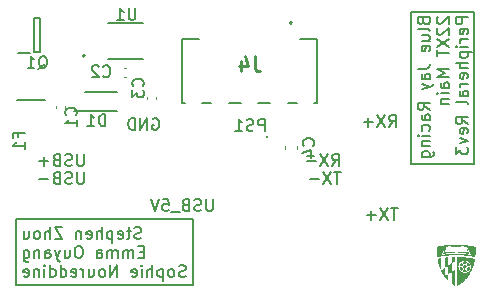
<source format=gbo>
%TF.GenerationSoftware,KiCad,Pcbnew,9.0.4*%
%TF.CreationDate,2026-02-10T01:39:38-05:00*%
%TF.ProjectId,main_board_peripheral_v3,6d61696e-5f62-46f6-9172-645f70657269,rev?*%
%TF.SameCoordinates,Original*%
%TF.FileFunction,Legend,Bot*%
%TF.FilePolarity,Positive*%
%FSLAX46Y46*%
G04 Gerber Fmt 4.6, Leading zero omitted, Abs format (unit mm)*
G04 Created by KiCad (PCBNEW 9.0.4) date 2026-02-10 01:39:38*
%MOMM*%
%LPD*%
G01*
G04 APERTURE LIST*
%ADD10C,0.200000*%
%ADD11C,0.254000*%
%ADD12C,0.127000*%
%ADD13C,0.120000*%
%ADD14C,0.100000*%
%ADD15C,0.000000*%
G04 APERTURE END LIST*
D10*
X95217000Y-97028000D02*
X110236000Y-97028000D01*
X110236000Y-102616000D01*
X95217000Y-102616000D01*
X95217000Y-97028000D01*
X128636000Y-79502000D02*
X134000000Y-79502000D01*
X134000000Y-92388000D01*
X128636000Y-92388000D01*
X128636000Y-79502000D01*
X111898326Y-95387219D02*
X111898326Y-96196742D01*
X111898326Y-96196742D02*
X111850707Y-96291980D01*
X111850707Y-96291980D02*
X111803088Y-96339600D01*
X111803088Y-96339600D02*
X111707850Y-96387219D01*
X111707850Y-96387219D02*
X111517374Y-96387219D01*
X111517374Y-96387219D02*
X111422136Y-96339600D01*
X111422136Y-96339600D02*
X111374517Y-96291980D01*
X111374517Y-96291980D02*
X111326898Y-96196742D01*
X111326898Y-96196742D02*
X111326898Y-95387219D01*
X110898326Y-96339600D02*
X110755469Y-96387219D01*
X110755469Y-96387219D02*
X110517374Y-96387219D01*
X110517374Y-96387219D02*
X110422136Y-96339600D01*
X110422136Y-96339600D02*
X110374517Y-96291980D01*
X110374517Y-96291980D02*
X110326898Y-96196742D01*
X110326898Y-96196742D02*
X110326898Y-96101504D01*
X110326898Y-96101504D02*
X110374517Y-96006266D01*
X110374517Y-96006266D02*
X110422136Y-95958647D01*
X110422136Y-95958647D02*
X110517374Y-95911028D01*
X110517374Y-95911028D02*
X110707850Y-95863409D01*
X110707850Y-95863409D02*
X110803088Y-95815790D01*
X110803088Y-95815790D02*
X110850707Y-95768171D01*
X110850707Y-95768171D02*
X110898326Y-95672933D01*
X110898326Y-95672933D02*
X110898326Y-95577695D01*
X110898326Y-95577695D02*
X110850707Y-95482457D01*
X110850707Y-95482457D02*
X110803088Y-95434838D01*
X110803088Y-95434838D02*
X110707850Y-95387219D01*
X110707850Y-95387219D02*
X110469755Y-95387219D01*
X110469755Y-95387219D02*
X110326898Y-95434838D01*
X109564993Y-95863409D02*
X109422136Y-95911028D01*
X109422136Y-95911028D02*
X109374517Y-95958647D01*
X109374517Y-95958647D02*
X109326898Y-96053885D01*
X109326898Y-96053885D02*
X109326898Y-96196742D01*
X109326898Y-96196742D02*
X109374517Y-96291980D01*
X109374517Y-96291980D02*
X109422136Y-96339600D01*
X109422136Y-96339600D02*
X109517374Y-96387219D01*
X109517374Y-96387219D02*
X109898326Y-96387219D01*
X109898326Y-96387219D02*
X109898326Y-95387219D01*
X109898326Y-95387219D02*
X109564993Y-95387219D01*
X109564993Y-95387219D02*
X109469755Y-95434838D01*
X109469755Y-95434838D02*
X109422136Y-95482457D01*
X109422136Y-95482457D02*
X109374517Y-95577695D01*
X109374517Y-95577695D02*
X109374517Y-95672933D01*
X109374517Y-95672933D02*
X109422136Y-95768171D01*
X109422136Y-95768171D02*
X109469755Y-95815790D01*
X109469755Y-95815790D02*
X109564993Y-95863409D01*
X109564993Y-95863409D02*
X109898326Y-95863409D01*
X109136422Y-96482457D02*
X108374517Y-96482457D01*
X107660231Y-95387219D02*
X108136421Y-95387219D01*
X108136421Y-95387219D02*
X108184040Y-95863409D01*
X108184040Y-95863409D02*
X108136421Y-95815790D01*
X108136421Y-95815790D02*
X108041183Y-95768171D01*
X108041183Y-95768171D02*
X107803088Y-95768171D01*
X107803088Y-95768171D02*
X107707850Y-95815790D01*
X107707850Y-95815790D02*
X107660231Y-95863409D01*
X107660231Y-95863409D02*
X107612612Y-95958647D01*
X107612612Y-95958647D02*
X107612612Y-96196742D01*
X107612612Y-96196742D02*
X107660231Y-96291980D01*
X107660231Y-96291980D02*
X107707850Y-96339600D01*
X107707850Y-96339600D02*
X107803088Y-96387219D01*
X107803088Y-96387219D02*
X108041183Y-96387219D01*
X108041183Y-96387219D02*
X108136421Y-96339600D01*
X108136421Y-96339600D02*
X108184040Y-96291980D01*
X107326897Y-95387219D02*
X106993564Y-96387219D01*
X106993564Y-96387219D02*
X106660231Y-95387219D01*
X105826055Y-98707712D02*
X105683198Y-98755331D01*
X105683198Y-98755331D02*
X105445103Y-98755331D01*
X105445103Y-98755331D02*
X105349865Y-98707712D01*
X105349865Y-98707712D02*
X105302246Y-98660092D01*
X105302246Y-98660092D02*
X105254627Y-98564854D01*
X105254627Y-98564854D02*
X105254627Y-98469616D01*
X105254627Y-98469616D02*
X105302246Y-98374378D01*
X105302246Y-98374378D02*
X105349865Y-98326759D01*
X105349865Y-98326759D02*
X105445103Y-98279140D01*
X105445103Y-98279140D02*
X105635579Y-98231521D01*
X105635579Y-98231521D02*
X105730817Y-98183902D01*
X105730817Y-98183902D02*
X105778436Y-98136283D01*
X105778436Y-98136283D02*
X105826055Y-98041045D01*
X105826055Y-98041045D02*
X105826055Y-97945807D01*
X105826055Y-97945807D02*
X105778436Y-97850569D01*
X105778436Y-97850569D02*
X105730817Y-97802950D01*
X105730817Y-97802950D02*
X105635579Y-97755331D01*
X105635579Y-97755331D02*
X105397484Y-97755331D01*
X105397484Y-97755331D02*
X105254627Y-97802950D01*
X104968912Y-98088664D02*
X104587960Y-98088664D01*
X104826055Y-97755331D02*
X104826055Y-98612473D01*
X104826055Y-98612473D02*
X104778436Y-98707712D01*
X104778436Y-98707712D02*
X104683198Y-98755331D01*
X104683198Y-98755331D02*
X104587960Y-98755331D01*
X103873674Y-98707712D02*
X103968912Y-98755331D01*
X103968912Y-98755331D02*
X104159388Y-98755331D01*
X104159388Y-98755331D02*
X104254626Y-98707712D01*
X104254626Y-98707712D02*
X104302245Y-98612473D01*
X104302245Y-98612473D02*
X104302245Y-98231521D01*
X104302245Y-98231521D02*
X104254626Y-98136283D01*
X104254626Y-98136283D02*
X104159388Y-98088664D01*
X104159388Y-98088664D02*
X103968912Y-98088664D01*
X103968912Y-98088664D02*
X103873674Y-98136283D01*
X103873674Y-98136283D02*
X103826055Y-98231521D01*
X103826055Y-98231521D02*
X103826055Y-98326759D01*
X103826055Y-98326759D02*
X104302245Y-98421997D01*
X103397483Y-98088664D02*
X103397483Y-99088664D01*
X103397483Y-98136283D02*
X103302245Y-98088664D01*
X103302245Y-98088664D02*
X103111769Y-98088664D01*
X103111769Y-98088664D02*
X103016531Y-98136283D01*
X103016531Y-98136283D02*
X102968912Y-98183902D01*
X102968912Y-98183902D02*
X102921293Y-98279140D01*
X102921293Y-98279140D02*
X102921293Y-98564854D01*
X102921293Y-98564854D02*
X102968912Y-98660092D01*
X102968912Y-98660092D02*
X103016531Y-98707712D01*
X103016531Y-98707712D02*
X103111769Y-98755331D01*
X103111769Y-98755331D02*
X103302245Y-98755331D01*
X103302245Y-98755331D02*
X103397483Y-98707712D01*
X102492721Y-98755331D02*
X102492721Y-97755331D01*
X102064150Y-98755331D02*
X102064150Y-98231521D01*
X102064150Y-98231521D02*
X102111769Y-98136283D01*
X102111769Y-98136283D02*
X102207007Y-98088664D01*
X102207007Y-98088664D02*
X102349864Y-98088664D01*
X102349864Y-98088664D02*
X102445102Y-98136283D01*
X102445102Y-98136283D02*
X102492721Y-98183902D01*
X101207007Y-98707712D02*
X101302245Y-98755331D01*
X101302245Y-98755331D02*
X101492721Y-98755331D01*
X101492721Y-98755331D02*
X101587959Y-98707712D01*
X101587959Y-98707712D02*
X101635578Y-98612473D01*
X101635578Y-98612473D02*
X101635578Y-98231521D01*
X101635578Y-98231521D02*
X101587959Y-98136283D01*
X101587959Y-98136283D02*
X101492721Y-98088664D01*
X101492721Y-98088664D02*
X101302245Y-98088664D01*
X101302245Y-98088664D02*
X101207007Y-98136283D01*
X101207007Y-98136283D02*
X101159388Y-98231521D01*
X101159388Y-98231521D02*
X101159388Y-98326759D01*
X101159388Y-98326759D02*
X101635578Y-98421997D01*
X100730816Y-98088664D02*
X100730816Y-98755331D01*
X100730816Y-98183902D02*
X100683197Y-98136283D01*
X100683197Y-98136283D02*
X100587959Y-98088664D01*
X100587959Y-98088664D02*
X100445102Y-98088664D01*
X100445102Y-98088664D02*
X100349864Y-98136283D01*
X100349864Y-98136283D02*
X100302245Y-98231521D01*
X100302245Y-98231521D02*
X100302245Y-98755331D01*
X99159387Y-97755331D02*
X98492721Y-97755331D01*
X98492721Y-97755331D02*
X99159387Y-98755331D01*
X99159387Y-98755331D02*
X98492721Y-98755331D01*
X98111768Y-98755331D02*
X98111768Y-97755331D01*
X97683197Y-98755331D02*
X97683197Y-98231521D01*
X97683197Y-98231521D02*
X97730816Y-98136283D01*
X97730816Y-98136283D02*
X97826054Y-98088664D01*
X97826054Y-98088664D02*
X97968911Y-98088664D01*
X97968911Y-98088664D02*
X98064149Y-98136283D01*
X98064149Y-98136283D02*
X98111768Y-98183902D01*
X97064149Y-98755331D02*
X97159387Y-98707712D01*
X97159387Y-98707712D02*
X97207006Y-98660092D01*
X97207006Y-98660092D02*
X97254625Y-98564854D01*
X97254625Y-98564854D02*
X97254625Y-98279140D01*
X97254625Y-98279140D02*
X97207006Y-98183902D01*
X97207006Y-98183902D02*
X97159387Y-98136283D01*
X97159387Y-98136283D02*
X97064149Y-98088664D01*
X97064149Y-98088664D02*
X96921292Y-98088664D01*
X96921292Y-98088664D02*
X96826054Y-98136283D01*
X96826054Y-98136283D02*
X96778435Y-98183902D01*
X96778435Y-98183902D02*
X96730816Y-98279140D01*
X96730816Y-98279140D02*
X96730816Y-98564854D01*
X96730816Y-98564854D02*
X96778435Y-98660092D01*
X96778435Y-98660092D02*
X96826054Y-98707712D01*
X96826054Y-98707712D02*
X96921292Y-98755331D01*
X96921292Y-98755331D02*
X97064149Y-98755331D01*
X95873673Y-98088664D02*
X95873673Y-98755331D01*
X96302244Y-98088664D02*
X96302244Y-98612473D01*
X96302244Y-98612473D02*
X96254625Y-98707712D01*
X96254625Y-98707712D02*
X96159387Y-98755331D01*
X96159387Y-98755331D02*
X96016530Y-98755331D01*
X96016530Y-98755331D02*
X95921292Y-98707712D01*
X95921292Y-98707712D02*
X95873673Y-98660092D01*
X106064149Y-99841465D02*
X105730816Y-99841465D01*
X105587959Y-100365275D02*
X106064149Y-100365275D01*
X106064149Y-100365275D02*
X106064149Y-99365275D01*
X106064149Y-99365275D02*
X105587959Y-99365275D01*
X105159387Y-100365275D02*
X105159387Y-99698608D01*
X105159387Y-99793846D02*
X105111768Y-99746227D01*
X105111768Y-99746227D02*
X105016530Y-99698608D01*
X105016530Y-99698608D02*
X104873673Y-99698608D01*
X104873673Y-99698608D02*
X104778435Y-99746227D01*
X104778435Y-99746227D02*
X104730816Y-99841465D01*
X104730816Y-99841465D02*
X104730816Y-100365275D01*
X104730816Y-99841465D02*
X104683197Y-99746227D01*
X104683197Y-99746227D02*
X104587959Y-99698608D01*
X104587959Y-99698608D02*
X104445102Y-99698608D01*
X104445102Y-99698608D02*
X104349863Y-99746227D01*
X104349863Y-99746227D02*
X104302244Y-99841465D01*
X104302244Y-99841465D02*
X104302244Y-100365275D01*
X103826054Y-100365275D02*
X103826054Y-99698608D01*
X103826054Y-99793846D02*
X103778435Y-99746227D01*
X103778435Y-99746227D02*
X103683197Y-99698608D01*
X103683197Y-99698608D02*
X103540340Y-99698608D01*
X103540340Y-99698608D02*
X103445102Y-99746227D01*
X103445102Y-99746227D02*
X103397483Y-99841465D01*
X103397483Y-99841465D02*
X103397483Y-100365275D01*
X103397483Y-99841465D02*
X103349864Y-99746227D01*
X103349864Y-99746227D02*
X103254626Y-99698608D01*
X103254626Y-99698608D02*
X103111769Y-99698608D01*
X103111769Y-99698608D02*
X103016530Y-99746227D01*
X103016530Y-99746227D02*
X102968911Y-99841465D01*
X102968911Y-99841465D02*
X102968911Y-100365275D01*
X102064150Y-100365275D02*
X102064150Y-99841465D01*
X102064150Y-99841465D02*
X102111769Y-99746227D01*
X102111769Y-99746227D02*
X102207007Y-99698608D01*
X102207007Y-99698608D02*
X102397483Y-99698608D01*
X102397483Y-99698608D02*
X102492721Y-99746227D01*
X102064150Y-100317656D02*
X102159388Y-100365275D01*
X102159388Y-100365275D02*
X102397483Y-100365275D01*
X102397483Y-100365275D02*
X102492721Y-100317656D01*
X102492721Y-100317656D02*
X102540340Y-100222417D01*
X102540340Y-100222417D02*
X102540340Y-100127179D01*
X102540340Y-100127179D02*
X102492721Y-100031941D01*
X102492721Y-100031941D02*
X102397483Y-99984322D01*
X102397483Y-99984322D02*
X102159388Y-99984322D01*
X102159388Y-99984322D02*
X102064150Y-99936703D01*
X100635578Y-99365275D02*
X100445102Y-99365275D01*
X100445102Y-99365275D02*
X100349864Y-99412894D01*
X100349864Y-99412894D02*
X100254626Y-99508132D01*
X100254626Y-99508132D02*
X100207007Y-99698608D01*
X100207007Y-99698608D02*
X100207007Y-100031941D01*
X100207007Y-100031941D02*
X100254626Y-100222417D01*
X100254626Y-100222417D02*
X100349864Y-100317656D01*
X100349864Y-100317656D02*
X100445102Y-100365275D01*
X100445102Y-100365275D02*
X100635578Y-100365275D01*
X100635578Y-100365275D02*
X100730816Y-100317656D01*
X100730816Y-100317656D02*
X100826054Y-100222417D01*
X100826054Y-100222417D02*
X100873673Y-100031941D01*
X100873673Y-100031941D02*
X100873673Y-99698608D01*
X100873673Y-99698608D02*
X100826054Y-99508132D01*
X100826054Y-99508132D02*
X100730816Y-99412894D01*
X100730816Y-99412894D02*
X100635578Y-99365275D01*
X99349864Y-99698608D02*
X99349864Y-100365275D01*
X99778435Y-99698608D02*
X99778435Y-100222417D01*
X99778435Y-100222417D02*
X99730816Y-100317656D01*
X99730816Y-100317656D02*
X99635578Y-100365275D01*
X99635578Y-100365275D02*
X99492721Y-100365275D01*
X99492721Y-100365275D02*
X99397483Y-100317656D01*
X99397483Y-100317656D02*
X99349864Y-100270036D01*
X98968911Y-99698608D02*
X98730816Y-100365275D01*
X98492721Y-99698608D02*
X98730816Y-100365275D01*
X98730816Y-100365275D02*
X98826054Y-100603370D01*
X98826054Y-100603370D02*
X98873673Y-100650989D01*
X98873673Y-100650989D02*
X98968911Y-100698608D01*
X97683197Y-100365275D02*
X97683197Y-99841465D01*
X97683197Y-99841465D02*
X97730816Y-99746227D01*
X97730816Y-99746227D02*
X97826054Y-99698608D01*
X97826054Y-99698608D02*
X98016530Y-99698608D01*
X98016530Y-99698608D02*
X98111768Y-99746227D01*
X97683197Y-100317656D02*
X97778435Y-100365275D01*
X97778435Y-100365275D02*
X98016530Y-100365275D01*
X98016530Y-100365275D02*
X98111768Y-100317656D01*
X98111768Y-100317656D02*
X98159387Y-100222417D01*
X98159387Y-100222417D02*
X98159387Y-100127179D01*
X98159387Y-100127179D02*
X98111768Y-100031941D01*
X98111768Y-100031941D02*
X98016530Y-99984322D01*
X98016530Y-99984322D02*
X97778435Y-99984322D01*
X97778435Y-99984322D02*
X97683197Y-99936703D01*
X97207006Y-99698608D02*
X97207006Y-100365275D01*
X97207006Y-99793846D02*
X97159387Y-99746227D01*
X97159387Y-99746227D02*
X97064149Y-99698608D01*
X97064149Y-99698608D02*
X96921292Y-99698608D01*
X96921292Y-99698608D02*
X96826054Y-99746227D01*
X96826054Y-99746227D02*
X96778435Y-99841465D01*
X96778435Y-99841465D02*
X96778435Y-100365275D01*
X95873673Y-99698608D02*
X95873673Y-100508132D01*
X95873673Y-100508132D02*
X95921292Y-100603370D01*
X95921292Y-100603370D02*
X95968911Y-100650989D01*
X95968911Y-100650989D02*
X96064149Y-100698608D01*
X96064149Y-100698608D02*
X96207006Y-100698608D01*
X96207006Y-100698608D02*
X96302244Y-100650989D01*
X95873673Y-100317656D02*
X95968911Y-100365275D01*
X95968911Y-100365275D02*
X96159387Y-100365275D01*
X96159387Y-100365275D02*
X96254625Y-100317656D01*
X96254625Y-100317656D02*
X96302244Y-100270036D01*
X96302244Y-100270036D02*
X96349863Y-100174798D01*
X96349863Y-100174798D02*
X96349863Y-99889084D01*
X96349863Y-99889084D02*
X96302244Y-99793846D01*
X96302244Y-99793846D02*
X96254625Y-99746227D01*
X96254625Y-99746227D02*
X96159387Y-99698608D01*
X96159387Y-99698608D02*
X95968911Y-99698608D01*
X95968911Y-99698608D02*
X95873673Y-99746227D01*
X109587959Y-101927600D02*
X109445102Y-101975219D01*
X109445102Y-101975219D02*
X109207007Y-101975219D01*
X109207007Y-101975219D02*
X109111769Y-101927600D01*
X109111769Y-101927600D02*
X109064150Y-101879980D01*
X109064150Y-101879980D02*
X109016531Y-101784742D01*
X109016531Y-101784742D02*
X109016531Y-101689504D01*
X109016531Y-101689504D02*
X109064150Y-101594266D01*
X109064150Y-101594266D02*
X109111769Y-101546647D01*
X109111769Y-101546647D02*
X109207007Y-101499028D01*
X109207007Y-101499028D02*
X109397483Y-101451409D01*
X109397483Y-101451409D02*
X109492721Y-101403790D01*
X109492721Y-101403790D02*
X109540340Y-101356171D01*
X109540340Y-101356171D02*
X109587959Y-101260933D01*
X109587959Y-101260933D02*
X109587959Y-101165695D01*
X109587959Y-101165695D02*
X109540340Y-101070457D01*
X109540340Y-101070457D02*
X109492721Y-101022838D01*
X109492721Y-101022838D02*
X109397483Y-100975219D01*
X109397483Y-100975219D02*
X109159388Y-100975219D01*
X109159388Y-100975219D02*
X109016531Y-101022838D01*
X108445102Y-101975219D02*
X108540340Y-101927600D01*
X108540340Y-101927600D02*
X108587959Y-101879980D01*
X108587959Y-101879980D02*
X108635578Y-101784742D01*
X108635578Y-101784742D02*
X108635578Y-101499028D01*
X108635578Y-101499028D02*
X108587959Y-101403790D01*
X108587959Y-101403790D02*
X108540340Y-101356171D01*
X108540340Y-101356171D02*
X108445102Y-101308552D01*
X108445102Y-101308552D02*
X108302245Y-101308552D01*
X108302245Y-101308552D02*
X108207007Y-101356171D01*
X108207007Y-101356171D02*
X108159388Y-101403790D01*
X108159388Y-101403790D02*
X108111769Y-101499028D01*
X108111769Y-101499028D02*
X108111769Y-101784742D01*
X108111769Y-101784742D02*
X108159388Y-101879980D01*
X108159388Y-101879980D02*
X108207007Y-101927600D01*
X108207007Y-101927600D02*
X108302245Y-101975219D01*
X108302245Y-101975219D02*
X108445102Y-101975219D01*
X107683197Y-101308552D02*
X107683197Y-102308552D01*
X107683197Y-101356171D02*
X107587959Y-101308552D01*
X107587959Y-101308552D02*
X107397483Y-101308552D01*
X107397483Y-101308552D02*
X107302245Y-101356171D01*
X107302245Y-101356171D02*
X107254626Y-101403790D01*
X107254626Y-101403790D02*
X107207007Y-101499028D01*
X107207007Y-101499028D02*
X107207007Y-101784742D01*
X107207007Y-101784742D02*
X107254626Y-101879980D01*
X107254626Y-101879980D02*
X107302245Y-101927600D01*
X107302245Y-101927600D02*
X107397483Y-101975219D01*
X107397483Y-101975219D02*
X107587959Y-101975219D01*
X107587959Y-101975219D02*
X107683197Y-101927600D01*
X106778435Y-101975219D02*
X106778435Y-100975219D01*
X106349864Y-101975219D02*
X106349864Y-101451409D01*
X106349864Y-101451409D02*
X106397483Y-101356171D01*
X106397483Y-101356171D02*
X106492721Y-101308552D01*
X106492721Y-101308552D02*
X106635578Y-101308552D01*
X106635578Y-101308552D02*
X106730816Y-101356171D01*
X106730816Y-101356171D02*
X106778435Y-101403790D01*
X105873673Y-101975219D02*
X105873673Y-101308552D01*
X105873673Y-100975219D02*
X105921292Y-101022838D01*
X105921292Y-101022838D02*
X105873673Y-101070457D01*
X105873673Y-101070457D02*
X105826054Y-101022838D01*
X105826054Y-101022838D02*
X105873673Y-100975219D01*
X105873673Y-100975219D02*
X105873673Y-101070457D01*
X105016531Y-101927600D02*
X105111769Y-101975219D01*
X105111769Y-101975219D02*
X105302245Y-101975219D01*
X105302245Y-101975219D02*
X105397483Y-101927600D01*
X105397483Y-101927600D02*
X105445102Y-101832361D01*
X105445102Y-101832361D02*
X105445102Y-101451409D01*
X105445102Y-101451409D02*
X105397483Y-101356171D01*
X105397483Y-101356171D02*
X105302245Y-101308552D01*
X105302245Y-101308552D02*
X105111769Y-101308552D01*
X105111769Y-101308552D02*
X105016531Y-101356171D01*
X105016531Y-101356171D02*
X104968912Y-101451409D01*
X104968912Y-101451409D02*
X104968912Y-101546647D01*
X104968912Y-101546647D02*
X105445102Y-101641885D01*
X103778435Y-101975219D02*
X103778435Y-100975219D01*
X103778435Y-100975219D02*
X103207007Y-101975219D01*
X103207007Y-101975219D02*
X103207007Y-100975219D01*
X102587959Y-101975219D02*
X102683197Y-101927600D01*
X102683197Y-101927600D02*
X102730816Y-101879980D01*
X102730816Y-101879980D02*
X102778435Y-101784742D01*
X102778435Y-101784742D02*
X102778435Y-101499028D01*
X102778435Y-101499028D02*
X102730816Y-101403790D01*
X102730816Y-101403790D02*
X102683197Y-101356171D01*
X102683197Y-101356171D02*
X102587959Y-101308552D01*
X102587959Y-101308552D02*
X102445102Y-101308552D01*
X102445102Y-101308552D02*
X102349864Y-101356171D01*
X102349864Y-101356171D02*
X102302245Y-101403790D01*
X102302245Y-101403790D02*
X102254626Y-101499028D01*
X102254626Y-101499028D02*
X102254626Y-101784742D01*
X102254626Y-101784742D02*
X102302245Y-101879980D01*
X102302245Y-101879980D02*
X102349864Y-101927600D01*
X102349864Y-101927600D02*
X102445102Y-101975219D01*
X102445102Y-101975219D02*
X102587959Y-101975219D01*
X101397483Y-101308552D02*
X101397483Y-101975219D01*
X101826054Y-101308552D02*
X101826054Y-101832361D01*
X101826054Y-101832361D02*
X101778435Y-101927600D01*
X101778435Y-101927600D02*
X101683197Y-101975219D01*
X101683197Y-101975219D02*
X101540340Y-101975219D01*
X101540340Y-101975219D02*
X101445102Y-101927600D01*
X101445102Y-101927600D02*
X101397483Y-101879980D01*
X100921292Y-101975219D02*
X100921292Y-101308552D01*
X100921292Y-101499028D02*
X100873673Y-101403790D01*
X100873673Y-101403790D02*
X100826054Y-101356171D01*
X100826054Y-101356171D02*
X100730816Y-101308552D01*
X100730816Y-101308552D02*
X100635578Y-101308552D01*
X99921292Y-101927600D02*
X100016530Y-101975219D01*
X100016530Y-101975219D02*
X100207006Y-101975219D01*
X100207006Y-101975219D02*
X100302244Y-101927600D01*
X100302244Y-101927600D02*
X100349863Y-101832361D01*
X100349863Y-101832361D02*
X100349863Y-101451409D01*
X100349863Y-101451409D02*
X100302244Y-101356171D01*
X100302244Y-101356171D02*
X100207006Y-101308552D01*
X100207006Y-101308552D02*
X100016530Y-101308552D01*
X100016530Y-101308552D02*
X99921292Y-101356171D01*
X99921292Y-101356171D02*
X99873673Y-101451409D01*
X99873673Y-101451409D02*
X99873673Y-101546647D01*
X99873673Y-101546647D02*
X100349863Y-101641885D01*
X99016530Y-101975219D02*
X99016530Y-100975219D01*
X99016530Y-101927600D02*
X99111768Y-101975219D01*
X99111768Y-101975219D02*
X99302244Y-101975219D01*
X99302244Y-101975219D02*
X99397482Y-101927600D01*
X99397482Y-101927600D02*
X99445101Y-101879980D01*
X99445101Y-101879980D02*
X99492720Y-101784742D01*
X99492720Y-101784742D02*
X99492720Y-101499028D01*
X99492720Y-101499028D02*
X99445101Y-101403790D01*
X99445101Y-101403790D02*
X99397482Y-101356171D01*
X99397482Y-101356171D02*
X99302244Y-101308552D01*
X99302244Y-101308552D02*
X99111768Y-101308552D01*
X99111768Y-101308552D02*
X99016530Y-101356171D01*
X98111768Y-101975219D02*
X98111768Y-100975219D01*
X98111768Y-101927600D02*
X98207006Y-101975219D01*
X98207006Y-101975219D02*
X98397482Y-101975219D01*
X98397482Y-101975219D02*
X98492720Y-101927600D01*
X98492720Y-101927600D02*
X98540339Y-101879980D01*
X98540339Y-101879980D02*
X98587958Y-101784742D01*
X98587958Y-101784742D02*
X98587958Y-101499028D01*
X98587958Y-101499028D02*
X98540339Y-101403790D01*
X98540339Y-101403790D02*
X98492720Y-101356171D01*
X98492720Y-101356171D02*
X98397482Y-101308552D01*
X98397482Y-101308552D02*
X98207006Y-101308552D01*
X98207006Y-101308552D02*
X98111768Y-101356171D01*
X97635577Y-101975219D02*
X97635577Y-101308552D01*
X97635577Y-100975219D02*
X97683196Y-101022838D01*
X97683196Y-101022838D02*
X97635577Y-101070457D01*
X97635577Y-101070457D02*
X97587958Y-101022838D01*
X97587958Y-101022838D02*
X97635577Y-100975219D01*
X97635577Y-100975219D02*
X97635577Y-101070457D01*
X97159387Y-101308552D02*
X97159387Y-101975219D01*
X97159387Y-101403790D02*
X97111768Y-101356171D01*
X97111768Y-101356171D02*
X97016530Y-101308552D01*
X97016530Y-101308552D02*
X96873673Y-101308552D01*
X96873673Y-101308552D02*
X96778435Y-101356171D01*
X96778435Y-101356171D02*
X96730816Y-101451409D01*
X96730816Y-101451409D02*
X96730816Y-101975219D01*
X95873673Y-101927600D02*
X95968911Y-101975219D01*
X95968911Y-101975219D02*
X96159387Y-101975219D01*
X96159387Y-101975219D02*
X96254625Y-101927600D01*
X96254625Y-101927600D02*
X96302244Y-101832361D01*
X96302244Y-101832361D02*
X96302244Y-101451409D01*
X96302244Y-101451409D02*
X96254625Y-101356171D01*
X96254625Y-101356171D02*
X96159387Y-101308552D01*
X96159387Y-101308552D02*
X95968911Y-101308552D01*
X95968911Y-101308552D02*
X95873673Y-101356171D01*
X95873673Y-101356171D02*
X95826054Y-101451409D01*
X95826054Y-101451409D02*
X95826054Y-101546647D01*
X95826054Y-101546647D02*
X96302244Y-101641885D01*
X129727521Y-80336006D02*
X129775140Y-80478863D01*
X129775140Y-80478863D02*
X129822759Y-80526482D01*
X129822759Y-80526482D02*
X129917997Y-80574101D01*
X129917997Y-80574101D02*
X130060854Y-80574101D01*
X130060854Y-80574101D02*
X130156092Y-80526482D01*
X130156092Y-80526482D02*
X130203712Y-80478863D01*
X130203712Y-80478863D02*
X130251331Y-80383625D01*
X130251331Y-80383625D02*
X130251331Y-80002673D01*
X130251331Y-80002673D02*
X129251331Y-80002673D01*
X129251331Y-80002673D02*
X129251331Y-80336006D01*
X129251331Y-80336006D02*
X129298950Y-80431244D01*
X129298950Y-80431244D02*
X129346569Y-80478863D01*
X129346569Y-80478863D02*
X129441807Y-80526482D01*
X129441807Y-80526482D02*
X129537045Y-80526482D01*
X129537045Y-80526482D02*
X129632283Y-80478863D01*
X129632283Y-80478863D02*
X129679902Y-80431244D01*
X129679902Y-80431244D02*
X129727521Y-80336006D01*
X129727521Y-80336006D02*
X129727521Y-80002673D01*
X130251331Y-81145530D02*
X130203712Y-81050292D01*
X130203712Y-81050292D02*
X130108473Y-81002673D01*
X130108473Y-81002673D02*
X129251331Y-81002673D01*
X129584664Y-81955054D02*
X130251331Y-81955054D01*
X129584664Y-81526483D02*
X130108473Y-81526483D01*
X130108473Y-81526483D02*
X130203712Y-81574102D01*
X130203712Y-81574102D02*
X130251331Y-81669340D01*
X130251331Y-81669340D02*
X130251331Y-81812197D01*
X130251331Y-81812197D02*
X130203712Y-81907435D01*
X130203712Y-81907435D02*
X130156092Y-81955054D01*
X130203712Y-82812197D02*
X130251331Y-82716959D01*
X130251331Y-82716959D02*
X130251331Y-82526483D01*
X130251331Y-82526483D02*
X130203712Y-82431245D01*
X130203712Y-82431245D02*
X130108473Y-82383626D01*
X130108473Y-82383626D02*
X129727521Y-82383626D01*
X129727521Y-82383626D02*
X129632283Y-82431245D01*
X129632283Y-82431245D02*
X129584664Y-82526483D01*
X129584664Y-82526483D02*
X129584664Y-82716959D01*
X129584664Y-82716959D02*
X129632283Y-82812197D01*
X129632283Y-82812197D02*
X129727521Y-82859816D01*
X129727521Y-82859816D02*
X129822759Y-82859816D01*
X129822759Y-82859816D02*
X129917997Y-82383626D01*
X129251331Y-84336007D02*
X129965616Y-84336007D01*
X129965616Y-84336007D02*
X130108473Y-84288388D01*
X130108473Y-84288388D02*
X130203712Y-84193150D01*
X130203712Y-84193150D02*
X130251331Y-84050293D01*
X130251331Y-84050293D02*
X130251331Y-83955055D01*
X130251331Y-85240769D02*
X129727521Y-85240769D01*
X129727521Y-85240769D02*
X129632283Y-85193150D01*
X129632283Y-85193150D02*
X129584664Y-85097912D01*
X129584664Y-85097912D02*
X129584664Y-84907436D01*
X129584664Y-84907436D02*
X129632283Y-84812198D01*
X130203712Y-85240769D02*
X130251331Y-85145531D01*
X130251331Y-85145531D02*
X130251331Y-84907436D01*
X130251331Y-84907436D02*
X130203712Y-84812198D01*
X130203712Y-84812198D02*
X130108473Y-84764579D01*
X130108473Y-84764579D02*
X130013235Y-84764579D01*
X130013235Y-84764579D02*
X129917997Y-84812198D01*
X129917997Y-84812198D02*
X129870378Y-84907436D01*
X129870378Y-84907436D02*
X129870378Y-85145531D01*
X129870378Y-85145531D02*
X129822759Y-85240769D01*
X129584664Y-85621722D02*
X130251331Y-85859817D01*
X129584664Y-86097912D02*
X130251331Y-85859817D01*
X130251331Y-85859817D02*
X130489426Y-85764579D01*
X130489426Y-85764579D02*
X130537045Y-85716960D01*
X130537045Y-85716960D02*
X130584664Y-85621722D01*
X130251331Y-87812198D02*
X129775140Y-87478865D01*
X130251331Y-87240770D02*
X129251331Y-87240770D01*
X129251331Y-87240770D02*
X129251331Y-87621722D01*
X129251331Y-87621722D02*
X129298950Y-87716960D01*
X129298950Y-87716960D02*
X129346569Y-87764579D01*
X129346569Y-87764579D02*
X129441807Y-87812198D01*
X129441807Y-87812198D02*
X129584664Y-87812198D01*
X129584664Y-87812198D02*
X129679902Y-87764579D01*
X129679902Y-87764579D02*
X129727521Y-87716960D01*
X129727521Y-87716960D02*
X129775140Y-87621722D01*
X129775140Y-87621722D02*
X129775140Y-87240770D01*
X130251331Y-88669341D02*
X129727521Y-88669341D01*
X129727521Y-88669341D02*
X129632283Y-88621722D01*
X129632283Y-88621722D02*
X129584664Y-88526484D01*
X129584664Y-88526484D02*
X129584664Y-88336008D01*
X129584664Y-88336008D02*
X129632283Y-88240770D01*
X130203712Y-88669341D02*
X130251331Y-88574103D01*
X130251331Y-88574103D02*
X130251331Y-88336008D01*
X130251331Y-88336008D02*
X130203712Y-88240770D01*
X130203712Y-88240770D02*
X130108473Y-88193151D01*
X130108473Y-88193151D02*
X130013235Y-88193151D01*
X130013235Y-88193151D02*
X129917997Y-88240770D01*
X129917997Y-88240770D02*
X129870378Y-88336008D01*
X129870378Y-88336008D02*
X129870378Y-88574103D01*
X129870378Y-88574103D02*
X129822759Y-88669341D01*
X130203712Y-89574103D02*
X130251331Y-89478865D01*
X130251331Y-89478865D02*
X130251331Y-89288389D01*
X130251331Y-89288389D02*
X130203712Y-89193151D01*
X130203712Y-89193151D02*
X130156092Y-89145532D01*
X130156092Y-89145532D02*
X130060854Y-89097913D01*
X130060854Y-89097913D02*
X129775140Y-89097913D01*
X129775140Y-89097913D02*
X129679902Y-89145532D01*
X129679902Y-89145532D02*
X129632283Y-89193151D01*
X129632283Y-89193151D02*
X129584664Y-89288389D01*
X129584664Y-89288389D02*
X129584664Y-89478865D01*
X129584664Y-89478865D02*
X129632283Y-89574103D01*
X130251331Y-90002675D02*
X129584664Y-90002675D01*
X129251331Y-90002675D02*
X129298950Y-89955056D01*
X129298950Y-89955056D02*
X129346569Y-90002675D01*
X129346569Y-90002675D02*
X129298950Y-90050294D01*
X129298950Y-90050294D02*
X129251331Y-90002675D01*
X129251331Y-90002675D02*
X129346569Y-90002675D01*
X129584664Y-90478865D02*
X130251331Y-90478865D01*
X129679902Y-90478865D02*
X129632283Y-90526484D01*
X129632283Y-90526484D02*
X129584664Y-90621722D01*
X129584664Y-90621722D02*
X129584664Y-90764579D01*
X129584664Y-90764579D02*
X129632283Y-90859817D01*
X129632283Y-90859817D02*
X129727521Y-90907436D01*
X129727521Y-90907436D02*
X130251331Y-90907436D01*
X129584664Y-91812198D02*
X130394188Y-91812198D01*
X130394188Y-91812198D02*
X130489426Y-91764579D01*
X130489426Y-91764579D02*
X130537045Y-91716960D01*
X130537045Y-91716960D02*
X130584664Y-91621722D01*
X130584664Y-91621722D02*
X130584664Y-91478865D01*
X130584664Y-91478865D02*
X130537045Y-91383627D01*
X130203712Y-91812198D02*
X130251331Y-91716960D01*
X130251331Y-91716960D02*
X130251331Y-91526484D01*
X130251331Y-91526484D02*
X130203712Y-91431246D01*
X130203712Y-91431246D02*
X130156092Y-91383627D01*
X130156092Y-91383627D02*
X130060854Y-91336008D01*
X130060854Y-91336008D02*
X129775140Y-91336008D01*
X129775140Y-91336008D02*
X129679902Y-91383627D01*
X129679902Y-91383627D02*
X129632283Y-91431246D01*
X129632283Y-91431246D02*
X129584664Y-91526484D01*
X129584664Y-91526484D02*
X129584664Y-91716960D01*
X129584664Y-91716960D02*
X129632283Y-91812198D01*
X130956513Y-79955054D02*
X130908894Y-80002673D01*
X130908894Y-80002673D02*
X130861275Y-80097911D01*
X130861275Y-80097911D02*
X130861275Y-80336006D01*
X130861275Y-80336006D02*
X130908894Y-80431244D01*
X130908894Y-80431244D02*
X130956513Y-80478863D01*
X130956513Y-80478863D02*
X131051751Y-80526482D01*
X131051751Y-80526482D02*
X131146989Y-80526482D01*
X131146989Y-80526482D02*
X131289846Y-80478863D01*
X131289846Y-80478863D02*
X131861275Y-79907435D01*
X131861275Y-79907435D02*
X131861275Y-80526482D01*
X130956513Y-80907435D02*
X130908894Y-80955054D01*
X130908894Y-80955054D02*
X130861275Y-81050292D01*
X130861275Y-81050292D02*
X130861275Y-81288387D01*
X130861275Y-81288387D02*
X130908894Y-81383625D01*
X130908894Y-81383625D02*
X130956513Y-81431244D01*
X130956513Y-81431244D02*
X131051751Y-81478863D01*
X131051751Y-81478863D02*
X131146989Y-81478863D01*
X131146989Y-81478863D02*
X131289846Y-81431244D01*
X131289846Y-81431244D02*
X131861275Y-80859816D01*
X131861275Y-80859816D02*
X131861275Y-81478863D01*
X130861275Y-81812197D02*
X131861275Y-82478863D01*
X130861275Y-82478863D02*
X131861275Y-81812197D01*
X130861275Y-82716959D02*
X130861275Y-83288387D01*
X131861275Y-83002673D02*
X130861275Y-83002673D01*
X131861275Y-84383626D02*
X130861275Y-84383626D01*
X130861275Y-84383626D02*
X131575560Y-84716959D01*
X131575560Y-84716959D02*
X130861275Y-85050292D01*
X130861275Y-85050292D02*
X131861275Y-85050292D01*
X131861275Y-85955054D02*
X131337465Y-85955054D01*
X131337465Y-85955054D02*
X131242227Y-85907435D01*
X131242227Y-85907435D02*
X131194608Y-85812197D01*
X131194608Y-85812197D02*
X131194608Y-85621721D01*
X131194608Y-85621721D02*
X131242227Y-85526483D01*
X131813656Y-85955054D02*
X131861275Y-85859816D01*
X131861275Y-85859816D02*
X131861275Y-85621721D01*
X131861275Y-85621721D02*
X131813656Y-85526483D01*
X131813656Y-85526483D02*
X131718417Y-85478864D01*
X131718417Y-85478864D02*
X131623179Y-85478864D01*
X131623179Y-85478864D02*
X131527941Y-85526483D01*
X131527941Y-85526483D02*
X131480322Y-85621721D01*
X131480322Y-85621721D02*
X131480322Y-85859816D01*
X131480322Y-85859816D02*
X131432703Y-85955054D01*
X131861275Y-86431245D02*
X131194608Y-86431245D01*
X130861275Y-86431245D02*
X130908894Y-86383626D01*
X130908894Y-86383626D02*
X130956513Y-86431245D01*
X130956513Y-86431245D02*
X130908894Y-86478864D01*
X130908894Y-86478864D02*
X130861275Y-86431245D01*
X130861275Y-86431245D02*
X130956513Y-86431245D01*
X131194608Y-86907435D02*
X131861275Y-86907435D01*
X131289846Y-86907435D02*
X131242227Y-86955054D01*
X131242227Y-86955054D02*
X131194608Y-87050292D01*
X131194608Y-87050292D02*
X131194608Y-87193149D01*
X131194608Y-87193149D02*
X131242227Y-87288387D01*
X131242227Y-87288387D02*
X131337465Y-87336006D01*
X131337465Y-87336006D02*
X131861275Y-87336006D01*
X133471219Y-80002673D02*
X132471219Y-80002673D01*
X132471219Y-80002673D02*
X132471219Y-80383625D01*
X132471219Y-80383625D02*
X132518838Y-80478863D01*
X132518838Y-80478863D02*
X132566457Y-80526482D01*
X132566457Y-80526482D02*
X132661695Y-80574101D01*
X132661695Y-80574101D02*
X132804552Y-80574101D01*
X132804552Y-80574101D02*
X132899790Y-80526482D01*
X132899790Y-80526482D02*
X132947409Y-80478863D01*
X132947409Y-80478863D02*
X132995028Y-80383625D01*
X132995028Y-80383625D02*
X132995028Y-80002673D01*
X133423600Y-81383625D02*
X133471219Y-81288387D01*
X133471219Y-81288387D02*
X133471219Y-81097911D01*
X133471219Y-81097911D02*
X133423600Y-81002673D01*
X133423600Y-81002673D02*
X133328361Y-80955054D01*
X133328361Y-80955054D02*
X132947409Y-80955054D01*
X132947409Y-80955054D02*
X132852171Y-81002673D01*
X132852171Y-81002673D02*
X132804552Y-81097911D01*
X132804552Y-81097911D02*
X132804552Y-81288387D01*
X132804552Y-81288387D02*
X132852171Y-81383625D01*
X132852171Y-81383625D02*
X132947409Y-81431244D01*
X132947409Y-81431244D02*
X133042647Y-81431244D01*
X133042647Y-81431244D02*
X133137885Y-80955054D01*
X133471219Y-81859816D02*
X132804552Y-81859816D01*
X132995028Y-81859816D02*
X132899790Y-81907435D01*
X132899790Y-81907435D02*
X132852171Y-81955054D01*
X132852171Y-81955054D02*
X132804552Y-82050292D01*
X132804552Y-82050292D02*
X132804552Y-82145530D01*
X133471219Y-82478864D02*
X132804552Y-82478864D01*
X132471219Y-82478864D02*
X132518838Y-82431245D01*
X132518838Y-82431245D02*
X132566457Y-82478864D01*
X132566457Y-82478864D02*
X132518838Y-82526483D01*
X132518838Y-82526483D02*
X132471219Y-82478864D01*
X132471219Y-82478864D02*
X132566457Y-82478864D01*
X132804552Y-82955054D02*
X133804552Y-82955054D01*
X132852171Y-82955054D02*
X132804552Y-83050292D01*
X132804552Y-83050292D02*
X132804552Y-83240768D01*
X132804552Y-83240768D02*
X132852171Y-83336006D01*
X132852171Y-83336006D02*
X132899790Y-83383625D01*
X132899790Y-83383625D02*
X132995028Y-83431244D01*
X132995028Y-83431244D02*
X133280742Y-83431244D01*
X133280742Y-83431244D02*
X133375980Y-83383625D01*
X133375980Y-83383625D02*
X133423600Y-83336006D01*
X133423600Y-83336006D02*
X133471219Y-83240768D01*
X133471219Y-83240768D02*
X133471219Y-83050292D01*
X133471219Y-83050292D02*
X133423600Y-82955054D01*
X133471219Y-83859816D02*
X132471219Y-83859816D01*
X133471219Y-84288387D02*
X132947409Y-84288387D01*
X132947409Y-84288387D02*
X132852171Y-84240768D01*
X132852171Y-84240768D02*
X132804552Y-84145530D01*
X132804552Y-84145530D02*
X132804552Y-84002673D01*
X132804552Y-84002673D02*
X132852171Y-83907435D01*
X132852171Y-83907435D02*
X132899790Y-83859816D01*
X133423600Y-85145530D02*
X133471219Y-85050292D01*
X133471219Y-85050292D02*
X133471219Y-84859816D01*
X133471219Y-84859816D02*
X133423600Y-84764578D01*
X133423600Y-84764578D02*
X133328361Y-84716959D01*
X133328361Y-84716959D02*
X132947409Y-84716959D01*
X132947409Y-84716959D02*
X132852171Y-84764578D01*
X132852171Y-84764578D02*
X132804552Y-84859816D01*
X132804552Y-84859816D02*
X132804552Y-85050292D01*
X132804552Y-85050292D02*
X132852171Y-85145530D01*
X132852171Y-85145530D02*
X132947409Y-85193149D01*
X132947409Y-85193149D02*
X133042647Y-85193149D01*
X133042647Y-85193149D02*
X133137885Y-84716959D01*
X133471219Y-85621721D02*
X132804552Y-85621721D01*
X132995028Y-85621721D02*
X132899790Y-85669340D01*
X132899790Y-85669340D02*
X132852171Y-85716959D01*
X132852171Y-85716959D02*
X132804552Y-85812197D01*
X132804552Y-85812197D02*
X132804552Y-85907435D01*
X133471219Y-86669340D02*
X132947409Y-86669340D01*
X132947409Y-86669340D02*
X132852171Y-86621721D01*
X132852171Y-86621721D02*
X132804552Y-86526483D01*
X132804552Y-86526483D02*
X132804552Y-86336007D01*
X132804552Y-86336007D02*
X132852171Y-86240769D01*
X133423600Y-86669340D02*
X133471219Y-86574102D01*
X133471219Y-86574102D02*
X133471219Y-86336007D01*
X133471219Y-86336007D02*
X133423600Y-86240769D01*
X133423600Y-86240769D02*
X133328361Y-86193150D01*
X133328361Y-86193150D02*
X133233123Y-86193150D01*
X133233123Y-86193150D02*
X133137885Y-86240769D01*
X133137885Y-86240769D02*
X133090266Y-86336007D01*
X133090266Y-86336007D02*
X133090266Y-86574102D01*
X133090266Y-86574102D02*
X133042647Y-86669340D01*
X133471219Y-87288388D02*
X133423600Y-87193150D01*
X133423600Y-87193150D02*
X133328361Y-87145531D01*
X133328361Y-87145531D02*
X132471219Y-87145531D01*
X133471219Y-89002674D02*
X132995028Y-88669341D01*
X133471219Y-88431246D02*
X132471219Y-88431246D01*
X132471219Y-88431246D02*
X132471219Y-88812198D01*
X132471219Y-88812198D02*
X132518838Y-88907436D01*
X132518838Y-88907436D02*
X132566457Y-88955055D01*
X132566457Y-88955055D02*
X132661695Y-89002674D01*
X132661695Y-89002674D02*
X132804552Y-89002674D01*
X132804552Y-89002674D02*
X132899790Y-88955055D01*
X132899790Y-88955055D02*
X132947409Y-88907436D01*
X132947409Y-88907436D02*
X132995028Y-88812198D01*
X132995028Y-88812198D02*
X132995028Y-88431246D01*
X133423600Y-89812198D02*
X133471219Y-89716960D01*
X133471219Y-89716960D02*
X133471219Y-89526484D01*
X133471219Y-89526484D02*
X133423600Y-89431246D01*
X133423600Y-89431246D02*
X133328361Y-89383627D01*
X133328361Y-89383627D02*
X132947409Y-89383627D01*
X132947409Y-89383627D02*
X132852171Y-89431246D01*
X132852171Y-89431246D02*
X132804552Y-89526484D01*
X132804552Y-89526484D02*
X132804552Y-89716960D01*
X132804552Y-89716960D02*
X132852171Y-89812198D01*
X132852171Y-89812198D02*
X132947409Y-89859817D01*
X132947409Y-89859817D02*
X133042647Y-89859817D01*
X133042647Y-89859817D02*
X133137885Y-89383627D01*
X132804552Y-90193151D02*
X133471219Y-90431246D01*
X133471219Y-90431246D02*
X132804552Y-90669341D01*
X132471219Y-90955056D02*
X132471219Y-91574103D01*
X132471219Y-91574103D02*
X132852171Y-91240770D01*
X132852171Y-91240770D02*
X132852171Y-91383627D01*
X132852171Y-91383627D02*
X132899790Y-91478865D01*
X132899790Y-91478865D02*
X132947409Y-91526484D01*
X132947409Y-91526484D02*
X133042647Y-91574103D01*
X133042647Y-91574103D02*
X133280742Y-91574103D01*
X133280742Y-91574103D02*
X133375980Y-91526484D01*
X133375980Y-91526484D02*
X133423600Y-91478865D01*
X133423600Y-91478865D02*
X133471219Y-91383627D01*
X133471219Y-91383627D02*
X133471219Y-91097913D01*
X133471219Y-91097913D02*
X133423600Y-91002675D01*
X133423600Y-91002675D02*
X133375980Y-90955056D01*
X106802517Y-88576838D02*
X106897755Y-88529219D01*
X106897755Y-88529219D02*
X107040612Y-88529219D01*
X107040612Y-88529219D02*
X107183469Y-88576838D01*
X107183469Y-88576838D02*
X107278707Y-88672076D01*
X107278707Y-88672076D02*
X107326326Y-88767314D01*
X107326326Y-88767314D02*
X107373945Y-88957790D01*
X107373945Y-88957790D02*
X107373945Y-89100647D01*
X107373945Y-89100647D02*
X107326326Y-89291123D01*
X107326326Y-89291123D02*
X107278707Y-89386361D01*
X107278707Y-89386361D02*
X107183469Y-89481600D01*
X107183469Y-89481600D02*
X107040612Y-89529219D01*
X107040612Y-89529219D02*
X106945374Y-89529219D01*
X106945374Y-89529219D02*
X106802517Y-89481600D01*
X106802517Y-89481600D02*
X106754898Y-89433980D01*
X106754898Y-89433980D02*
X106754898Y-89100647D01*
X106754898Y-89100647D02*
X106945374Y-89100647D01*
X106326326Y-89529219D02*
X106326326Y-88529219D01*
X106326326Y-88529219D02*
X105754898Y-89529219D01*
X105754898Y-89529219D02*
X105754898Y-88529219D01*
X105278707Y-89529219D02*
X105278707Y-88529219D01*
X105278707Y-88529219D02*
X105040612Y-88529219D01*
X105040612Y-88529219D02*
X104897755Y-88576838D01*
X104897755Y-88576838D02*
X104802517Y-88672076D01*
X104802517Y-88672076D02*
X104754898Y-88767314D01*
X104754898Y-88767314D02*
X104707279Y-88957790D01*
X104707279Y-88957790D02*
X104707279Y-89100647D01*
X104707279Y-89100647D02*
X104754898Y-89291123D01*
X104754898Y-89291123D02*
X104802517Y-89386361D01*
X104802517Y-89386361D02*
X104897755Y-89481600D01*
X104897755Y-89481600D02*
X105040612Y-89529219D01*
X105040612Y-89529219D02*
X105278707Y-89529219D01*
X122709183Y-93101219D02*
X122137755Y-93101219D01*
X122423469Y-94101219D02*
X122423469Y-93101219D01*
X121899659Y-93101219D02*
X121232993Y-94101219D01*
X121232993Y-93101219D02*
X121899659Y-94101219D01*
X120852040Y-93720266D02*
X120090136Y-93720266D01*
X100976326Y-91577219D02*
X100976326Y-92386742D01*
X100976326Y-92386742D02*
X100928707Y-92481980D01*
X100928707Y-92481980D02*
X100881088Y-92529600D01*
X100881088Y-92529600D02*
X100785850Y-92577219D01*
X100785850Y-92577219D02*
X100595374Y-92577219D01*
X100595374Y-92577219D02*
X100500136Y-92529600D01*
X100500136Y-92529600D02*
X100452517Y-92481980D01*
X100452517Y-92481980D02*
X100404898Y-92386742D01*
X100404898Y-92386742D02*
X100404898Y-91577219D01*
X99976326Y-92529600D02*
X99833469Y-92577219D01*
X99833469Y-92577219D02*
X99595374Y-92577219D01*
X99595374Y-92577219D02*
X99500136Y-92529600D01*
X99500136Y-92529600D02*
X99452517Y-92481980D01*
X99452517Y-92481980D02*
X99404898Y-92386742D01*
X99404898Y-92386742D02*
X99404898Y-92291504D01*
X99404898Y-92291504D02*
X99452517Y-92196266D01*
X99452517Y-92196266D02*
X99500136Y-92148647D01*
X99500136Y-92148647D02*
X99595374Y-92101028D01*
X99595374Y-92101028D02*
X99785850Y-92053409D01*
X99785850Y-92053409D02*
X99881088Y-92005790D01*
X99881088Y-92005790D02*
X99928707Y-91958171D01*
X99928707Y-91958171D02*
X99976326Y-91862933D01*
X99976326Y-91862933D02*
X99976326Y-91767695D01*
X99976326Y-91767695D02*
X99928707Y-91672457D01*
X99928707Y-91672457D02*
X99881088Y-91624838D01*
X99881088Y-91624838D02*
X99785850Y-91577219D01*
X99785850Y-91577219D02*
X99547755Y-91577219D01*
X99547755Y-91577219D02*
X99404898Y-91624838D01*
X98642993Y-92053409D02*
X98500136Y-92101028D01*
X98500136Y-92101028D02*
X98452517Y-92148647D01*
X98452517Y-92148647D02*
X98404898Y-92243885D01*
X98404898Y-92243885D02*
X98404898Y-92386742D01*
X98404898Y-92386742D02*
X98452517Y-92481980D01*
X98452517Y-92481980D02*
X98500136Y-92529600D01*
X98500136Y-92529600D02*
X98595374Y-92577219D01*
X98595374Y-92577219D02*
X98976326Y-92577219D01*
X98976326Y-92577219D02*
X98976326Y-91577219D01*
X98976326Y-91577219D02*
X98642993Y-91577219D01*
X98642993Y-91577219D02*
X98547755Y-91624838D01*
X98547755Y-91624838D02*
X98500136Y-91672457D01*
X98500136Y-91672457D02*
X98452517Y-91767695D01*
X98452517Y-91767695D02*
X98452517Y-91862933D01*
X98452517Y-91862933D02*
X98500136Y-91958171D01*
X98500136Y-91958171D02*
X98547755Y-92005790D01*
X98547755Y-92005790D02*
X98642993Y-92053409D01*
X98642993Y-92053409D02*
X98976326Y-92053409D01*
X97976326Y-92196266D02*
X97214422Y-92196266D01*
X97595374Y-92577219D02*
X97595374Y-91815314D01*
X121994898Y-92577219D02*
X122328231Y-92101028D01*
X122566326Y-92577219D02*
X122566326Y-91577219D01*
X122566326Y-91577219D02*
X122185374Y-91577219D01*
X122185374Y-91577219D02*
X122090136Y-91624838D01*
X122090136Y-91624838D02*
X122042517Y-91672457D01*
X122042517Y-91672457D02*
X121994898Y-91767695D01*
X121994898Y-91767695D02*
X121994898Y-91910552D01*
X121994898Y-91910552D02*
X122042517Y-92005790D01*
X122042517Y-92005790D02*
X122090136Y-92053409D01*
X122090136Y-92053409D02*
X122185374Y-92101028D01*
X122185374Y-92101028D02*
X122566326Y-92101028D01*
X121661564Y-91577219D02*
X120994898Y-92577219D01*
X120994898Y-91577219D02*
X121661564Y-92577219D01*
X120613945Y-92196266D02*
X119852041Y-92196266D01*
X100976326Y-93101219D02*
X100976326Y-93910742D01*
X100976326Y-93910742D02*
X100928707Y-94005980D01*
X100928707Y-94005980D02*
X100881088Y-94053600D01*
X100881088Y-94053600D02*
X100785850Y-94101219D01*
X100785850Y-94101219D02*
X100595374Y-94101219D01*
X100595374Y-94101219D02*
X100500136Y-94053600D01*
X100500136Y-94053600D02*
X100452517Y-94005980D01*
X100452517Y-94005980D02*
X100404898Y-93910742D01*
X100404898Y-93910742D02*
X100404898Y-93101219D01*
X99976326Y-94053600D02*
X99833469Y-94101219D01*
X99833469Y-94101219D02*
X99595374Y-94101219D01*
X99595374Y-94101219D02*
X99500136Y-94053600D01*
X99500136Y-94053600D02*
X99452517Y-94005980D01*
X99452517Y-94005980D02*
X99404898Y-93910742D01*
X99404898Y-93910742D02*
X99404898Y-93815504D01*
X99404898Y-93815504D02*
X99452517Y-93720266D01*
X99452517Y-93720266D02*
X99500136Y-93672647D01*
X99500136Y-93672647D02*
X99595374Y-93625028D01*
X99595374Y-93625028D02*
X99785850Y-93577409D01*
X99785850Y-93577409D02*
X99881088Y-93529790D01*
X99881088Y-93529790D02*
X99928707Y-93482171D01*
X99928707Y-93482171D02*
X99976326Y-93386933D01*
X99976326Y-93386933D02*
X99976326Y-93291695D01*
X99976326Y-93291695D02*
X99928707Y-93196457D01*
X99928707Y-93196457D02*
X99881088Y-93148838D01*
X99881088Y-93148838D02*
X99785850Y-93101219D01*
X99785850Y-93101219D02*
X99547755Y-93101219D01*
X99547755Y-93101219D02*
X99404898Y-93148838D01*
X98642993Y-93577409D02*
X98500136Y-93625028D01*
X98500136Y-93625028D02*
X98452517Y-93672647D01*
X98452517Y-93672647D02*
X98404898Y-93767885D01*
X98404898Y-93767885D02*
X98404898Y-93910742D01*
X98404898Y-93910742D02*
X98452517Y-94005980D01*
X98452517Y-94005980D02*
X98500136Y-94053600D01*
X98500136Y-94053600D02*
X98595374Y-94101219D01*
X98595374Y-94101219D02*
X98976326Y-94101219D01*
X98976326Y-94101219D02*
X98976326Y-93101219D01*
X98976326Y-93101219D02*
X98642993Y-93101219D01*
X98642993Y-93101219D02*
X98547755Y-93148838D01*
X98547755Y-93148838D02*
X98500136Y-93196457D01*
X98500136Y-93196457D02*
X98452517Y-93291695D01*
X98452517Y-93291695D02*
X98452517Y-93386933D01*
X98452517Y-93386933D02*
X98500136Y-93482171D01*
X98500136Y-93482171D02*
X98547755Y-93529790D01*
X98547755Y-93529790D02*
X98642993Y-93577409D01*
X98642993Y-93577409D02*
X98976326Y-93577409D01*
X97976326Y-93720266D02*
X97214422Y-93720266D01*
X126820898Y-89275219D02*
X127154231Y-88799028D01*
X127392326Y-89275219D02*
X127392326Y-88275219D01*
X127392326Y-88275219D02*
X127011374Y-88275219D01*
X127011374Y-88275219D02*
X126916136Y-88322838D01*
X126916136Y-88322838D02*
X126868517Y-88370457D01*
X126868517Y-88370457D02*
X126820898Y-88465695D01*
X126820898Y-88465695D02*
X126820898Y-88608552D01*
X126820898Y-88608552D02*
X126868517Y-88703790D01*
X126868517Y-88703790D02*
X126916136Y-88751409D01*
X126916136Y-88751409D02*
X127011374Y-88799028D01*
X127011374Y-88799028D02*
X127392326Y-88799028D01*
X126487564Y-88275219D02*
X125820898Y-89275219D01*
X125820898Y-88275219D02*
X126487564Y-89275219D01*
X125439945Y-88894266D02*
X124678041Y-88894266D01*
X125058993Y-89275219D02*
X125058993Y-88513314D01*
X127535183Y-96149219D02*
X126963755Y-96149219D01*
X127249469Y-97149219D02*
X127249469Y-96149219D01*
X126725659Y-96149219D02*
X126058993Y-97149219D01*
X126058993Y-96149219D02*
X126725659Y-97149219D01*
X125678040Y-96768266D02*
X124916136Y-96768266D01*
X125297088Y-97149219D02*
X125297088Y-96387314D01*
X105331904Y-79222219D02*
X105331904Y-80031742D01*
X105331904Y-80031742D02*
X105284285Y-80126980D01*
X105284285Y-80126980D02*
X105236666Y-80174600D01*
X105236666Y-80174600D02*
X105141428Y-80222219D01*
X105141428Y-80222219D02*
X104950952Y-80222219D01*
X104950952Y-80222219D02*
X104855714Y-80174600D01*
X104855714Y-80174600D02*
X104808095Y-80126980D01*
X104808095Y-80126980D02*
X104760476Y-80031742D01*
X104760476Y-80031742D02*
X104760476Y-79222219D01*
X103760476Y-80222219D02*
X104331904Y-80222219D01*
X104046190Y-80222219D02*
X104046190Y-79222219D01*
X104046190Y-79222219D02*
X104141428Y-79365076D01*
X104141428Y-79365076D02*
X104236666Y-79460314D01*
X104236666Y-79460314D02*
X104331904Y-79507933D01*
X105956980Y-85805333D02*
X106004600Y-85757714D01*
X106004600Y-85757714D02*
X106052219Y-85614857D01*
X106052219Y-85614857D02*
X106052219Y-85519619D01*
X106052219Y-85519619D02*
X106004600Y-85376762D01*
X106004600Y-85376762D02*
X105909361Y-85281524D01*
X105909361Y-85281524D02*
X105814123Y-85233905D01*
X105814123Y-85233905D02*
X105623647Y-85186286D01*
X105623647Y-85186286D02*
X105480790Y-85186286D01*
X105480790Y-85186286D02*
X105290314Y-85233905D01*
X105290314Y-85233905D02*
X105195076Y-85281524D01*
X105195076Y-85281524D02*
X105099838Y-85376762D01*
X105099838Y-85376762D02*
X105052219Y-85519619D01*
X105052219Y-85519619D02*
X105052219Y-85614857D01*
X105052219Y-85614857D02*
X105099838Y-85757714D01*
X105099838Y-85757714D02*
X105147457Y-85805333D01*
X105052219Y-86138667D02*
X105052219Y-86757714D01*
X105052219Y-86757714D02*
X105433171Y-86424381D01*
X105433171Y-86424381D02*
X105433171Y-86567238D01*
X105433171Y-86567238D02*
X105480790Y-86662476D01*
X105480790Y-86662476D02*
X105528409Y-86710095D01*
X105528409Y-86710095D02*
X105623647Y-86757714D01*
X105623647Y-86757714D02*
X105861742Y-86757714D01*
X105861742Y-86757714D02*
X105956980Y-86710095D01*
X105956980Y-86710095D02*
X106004600Y-86662476D01*
X106004600Y-86662476D02*
X106052219Y-86567238D01*
X106052219Y-86567238D02*
X106052219Y-86281524D01*
X106052219Y-86281524D02*
X106004600Y-86186286D01*
X106004600Y-86186286D02*
X105956980Y-86138667D01*
X102796094Y-89202219D02*
X102796094Y-88202219D01*
X102796094Y-88202219D02*
X102557999Y-88202219D01*
X102557999Y-88202219D02*
X102415142Y-88249838D01*
X102415142Y-88249838D02*
X102319904Y-88345076D01*
X102319904Y-88345076D02*
X102272285Y-88440314D01*
X102272285Y-88440314D02*
X102224666Y-88630790D01*
X102224666Y-88630790D02*
X102224666Y-88773647D01*
X102224666Y-88773647D02*
X102272285Y-88964123D01*
X102272285Y-88964123D02*
X102319904Y-89059361D01*
X102319904Y-89059361D02*
X102415142Y-89154600D01*
X102415142Y-89154600D02*
X102557999Y-89202219D01*
X102557999Y-89202219D02*
X102796094Y-89202219D01*
X101272285Y-89202219D02*
X101843713Y-89202219D01*
X101557999Y-89202219D02*
X101557999Y-88202219D01*
X101557999Y-88202219D02*
X101653237Y-88345076D01*
X101653237Y-88345076D02*
X101748475Y-88440314D01*
X101748475Y-88440314D02*
X101843713Y-88487933D01*
D11*
X115423332Y-83291318D02*
X115423332Y-84198461D01*
X115423332Y-84198461D02*
X115483809Y-84379889D01*
X115483809Y-84379889D02*
X115604761Y-84500842D01*
X115604761Y-84500842D02*
X115786190Y-84561318D01*
X115786190Y-84561318D02*
X115907142Y-84561318D01*
X114274285Y-83714651D02*
X114274285Y-84561318D01*
X114576666Y-83230842D02*
X114879047Y-84137984D01*
X114879047Y-84137984D02*
X114092856Y-84137984D01*
D10*
X95432409Y-90090666D02*
X95432409Y-89757333D01*
X95956219Y-89757333D02*
X94956219Y-89757333D01*
X94956219Y-89757333D02*
X94956219Y-90233523D01*
X95956219Y-91138285D02*
X95956219Y-90566857D01*
X95956219Y-90852571D02*
X94956219Y-90852571D01*
X94956219Y-90852571D02*
X95099076Y-90757333D01*
X95099076Y-90757333D02*
X95194314Y-90662095D01*
X95194314Y-90662095D02*
X95241933Y-90566857D01*
X116276285Y-89606219D02*
X116276285Y-88606219D01*
X116276285Y-88606219D02*
X115895333Y-88606219D01*
X115895333Y-88606219D02*
X115800095Y-88653838D01*
X115800095Y-88653838D02*
X115752476Y-88701457D01*
X115752476Y-88701457D02*
X115704857Y-88796695D01*
X115704857Y-88796695D02*
X115704857Y-88939552D01*
X115704857Y-88939552D02*
X115752476Y-89034790D01*
X115752476Y-89034790D02*
X115800095Y-89082409D01*
X115800095Y-89082409D02*
X115895333Y-89130028D01*
X115895333Y-89130028D02*
X116276285Y-89130028D01*
X115323904Y-89558600D02*
X115181047Y-89606219D01*
X115181047Y-89606219D02*
X114942952Y-89606219D01*
X114942952Y-89606219D02*
X114847714Y-89558600D01*
X114847714Y-89558600D02*
X114800095Y-89510980D01*
X114800095Y-89510980D02*
X114752476Y-89415742D01*
X114752476Y-89415742D02*
X114752476Y-89320504D01*
X114752476Y-89320504D02*
X114800095Y-89225266D01*
X114800095Y-89225266D02*
X114847714Y-89177647D01*
X114847714Y-89177647D02*
X114942952Y-89130028D01*
X114942952Y-89130028D02*
X115133428Y-89082409D01*
X115133428Y-89082409D02*
X115228666Y-89034790D01*
X115228666Y-89034790D02*
X115276285Y-88987171D01*
X115276285Y-88987171D02*
X115323904Y-88891933D01*
X115323904Y-88891933D02*
X115323904Y-88796695D01*
X115323904Y-88796695D02*
X115276285Y-88701457D01*
X115276285Y-88701457D02*
X115228666Y-88653838D01*
X115228666Y-88653838D02*
X115133428Y-88606219D01*
X115133428Y-88606219D02*
X114895333Y-88606219D01*
X114895333Y-88606219D02*
X114752476Y-88653838D01*
X113800095Y-89606219D02*
X114371523Y-89606219D01*
X114085809Y-89606219D02*
X114085809Y-88606219D01*
X114085809Y-88606219D02*
X114181047Y-88749076D01*
X114181047Y-88749076D02*
X114276285Y-88844314D01*
X114276285Y-88844314D02*
X114371523Y-88891933D01*
X97123238Y-84367457D02*
X97218476Y-84319838D01*
X97218476Y-84319838D02*
X97313714Y-84224600D01*
X97313714Y-84224600D02*
X97456571Y-84081742D01*
X97456571Y-84081742D02*
X97551809Y-84034123D01*
X97551809Y-84034123D02*
X97647047Y-84034123D01*
X97599428Y-84272219D02*
X97694666Y-84224600D01*
X97694666Y-84224600D02*
X97789904Y-84129361D01*
X97789904Y-84129361D02*
X97837523Y-83938885D01*
X97837523Y-83938885D02*
X97837523Y-83605552D01*
X97837523Y-83605552D02*
X97789904Y-83415076D01*
X97789904Y-83415076D02*
X97694666Y-83319838D01*
X97694666Y-83319838D02*
X97599428Y-83272219D01*
X97599428Y-83272219D02*
X97408952Y-83272219D01*
X97408952Y-83272219D02*
X97313714Y-83319838D01*
X97313714Y-83319838D02*
X97218476Y-83415076D01*
X97218476Y-83415076D02*
X97170857Y-83605552D01*
X97170857Y-83605552D02*
X97170857Y-83938885D01*
X97170857Y-83938885D02*
X97218476Y-84129361D01*
X97218476Y-84129361D02*
X97313714Y-84224600D01*
X97313714Y-84224600D02*
X97408952Y-84272219D01*
X97408952Y-84272219D02*
X97599428Y-84272219D01*
X96218476Y-84272219D02*
X96789904Y-84272219D01*
X96504190Y-84272219D02*
X96504190Y-83272219D01*
X96504190Y-83272219D02*
X96599428Y-83415076D01*
X96599428Y-83415076D02*
X96694666Y-83510314D01*
X96694666Y-83510314D02*
X96789904Y-83557933D01*
X120400980Y-90860333D02*
X120448600Y-90812714D01*
X120448600Y-90812714D02*
X120496219Y-90669857D01*
X120496219Y-90669857D02*
X120496219Y-90574619D01*
X120496219Y-90574619D02*
X120448600Y-90431762D01*
X120448600Y-90431762D02*
X120353361Y-90336524D01*
X120353361Y-90336524D02*
X120258123Y-90288905D01*
X120258123Y-90288905D02*
X120067647Y-90241286D01*
X120067647Y-90241286D02*
X119924790Y-90241286D01*
X119924790Y-90241286D02*
X119734314Y-90288905D01*
X119734314Y-90288905D02*
X119639076Y-90336524D01*
X119639076Y-90336524D02*
X119543838Y-90431762D01*
X119543838Y-90431762D02*
X119496219Y-90574619D01*
X119496219Y-90574619D02*
X119496219Y-90669857D01*
X119496219Y-90669857D02*
X119543838Y-90812714D01*
X119543838Y-90812714D02*
X119591457Y-90860333D01*
X119829552Y-91717476D02*
X120496219Y-91717476D01*
X119448600Y-91479381D02*
X120162885Y-91241286D01*
X120162885Y-91241286D02*
X120162885Y-91860333D01*
X102606666Y-84966980D02*
X102654285Y-85014600D01*
X102654285Y-85014600D02*
X102797142Y-85062219D01*
X102797142Y-85062219D02*
X102892380Y-85062219D01*
X102892380Y-85062219D02*
X103035237Y-85014600D01*
X103035237Y-85014600D02*
X103130475Y-84919361D01*
X103130475Y-84919361D02*
X103178094Y-84824123D01*
X103178094Y-84824123D02*
X103225713Y-84633647D01*
X103225713Y-84633647D02*
X103225713Y-84490790D01*
X103225713Y-84490790D02*
X103178094Y-84300314D01*
X103178094Y-84300314D02*
X103130475Y-84205076D01*
X103130475Y-84205076D02*
X103035237Y-84109838D01*
X103035237Y-84109838D02*
X102892380Y-84062219D01*
X102892380Y-84062219D02*
X102797142Y-84062219D01*
X102797142Y-84062219D02*
X102654285Y-84109838D01*
X102654285Y-84109838D02*
X102606666Y-84157457D01*
X102225713Y-84157457D02*
X102178094Y-84109838D01*
X102178094Y-84109838D02*
X102082856Y-84062219D01*
X102082856Y-84062219D02*
X101844761Y-84062219D01*
X101844761Y-84062219D02*
X101749523Y-84109838D01*
X101749523Y-84109838D02*
X101701904Y-84157457D01*
X101701904Y-84157457D02*
X101654285Y-84252695D01*
X101654285Y-84252695D02*
X101654285Y-84347933D01*
X101654285Y-84347933D02*
X101701904Y-84490790D01*
X101701904Y-84490790D02*
X102273332Y-85062219D01*
X102273332Y-85062219D02*
X101654285Y-85062219D01*
X100292980Y-88271333D02*
X100340600Y-88223714D01*
X100340600Y-88223714D02*
X100388219Y-88080857D01*
X100388219Y-88080857D02*
X100388219Y-87985619D01*
X100388219Y-87985619D02*
X100340600Y-87842762D01*
X100340600Y-87842762D02*
X100245361Y-87747524D01*
X100245361Y-87747524D02*
X100150123Y-87699905D01*
X100150123Y-87699905D02*
X99959647Y-87652286D01*
X99959647Y-87652286D02*
X99816790Y-87652286D01*
X99816790Y-87652286D02*
X99626314Y-87699905D01*
X99626314Y-87699905D02*
X99531076Y-87747524D01*
X99531076Y-87747524D02*
X99435838Y-87842762D01*
X99435838Y-87842762D02*
X99388219Y-87985619D01*
X99388219Y-87985619D02*
X99388219Y-88080857D01*
X99388219Y-88080857D02*
X99435838Y-88223714D01*
X99435838Y-88223714D02*
X99483457Y-88271333D01*
X100388219Y-89223714D02*
X100388219Y-88652286D01*
X100388219Y-88938000D02*
X99388219Y-88938000D01*
X99388219Y-88938000D02*
X99531076Y-88842762D01*
X99531076Y-88842762D02*
X99626314Y-88747524D01*
X99626314Y-88747524D02*
X99673933Y-88652286D01*
D12*
%TO.C,U1*%
X103000000Y-80465000D02*
X106000000Y-80465000D01*
X103000000Y-83535000D02*
X106000000Y-83535000D01*
D10*
X101080000Y-83255000D02*
G75*
G02*
X100880000Y-83255000I-100000J0D01*
G01*
X100880000Y-83255000D02*
G75*
G02*
X101080000Y-83255000I100000J0D01*
G01*
D13*
%TO.C,C3*%
X106340000Y-86702164D02*
X106340000Y-86917836D01*
X107060000Y-86702164D02*
X107060000Y-86917836D01*
D10*
%TO.C,D1*%
X100110000Y-87895000D02*
X103760000Y-87895000D01*
X101060000Y-86345000D02*
X103760000Y-86345000D01*
%TO.C,J4*%
X109250000Y-81824000D02*
X109250000Y-87274000D01*
X109250000Y-87274000D02*
X109500000Y-87274000D01*
X110750000Y-81824000D02*
X109250000Y-81824000D01*
X111750000Y-87274000D02*
X111000000Y-87274000D01*
X114250000Y-87274000D02*
X113250000Y-87274000D01*
X116750000Y-87274000D02*
X115750000Y-87274000D01*
X118500000Y-80349000D02*
X118500000Y-80349000D01*
X118500000Y-80349000D02*
X118500000Y-80349000D01*
X118500000Y-80549000D02*
X118500000Y-80549000D01*
X119000000Y-87274000D02*
X118250000Y-87274000D01*
X120500000Y-87274000D02*
X120750000Y-87274000D01*
X120750000Y-81824000D02*
X119250000Y-81824000D01*
X120750000Y-87274000D02*
X120750000Y-81824000D01*
X118500000Y-80349000D02*
G75*
G02*
X118500000Y-80550000I0J-100500D01*
G01*
X118500000Y-80349000D02*
G75*
G02*
X118500000Y-80550000I0J-100500D01*
G01*
X118500000Y-80549000D02*
G75*
G02*
X118500000Y-80350000I0J99500D01*
G01*
%TO.C,F1*%
X97688000Y-87000000D02*
X95312000Y-87000000D01*
D14*
%TO.C,PS1*%
X116400000Y-90100000D02*
X116400000Y-90100000D01*
X116500000Y-90100000D02*
X116500000Y-90100000D01*
X116400000Y-90100000D02*
G75*
G02*
X116500000Y-90100000I50000J0D01*
G01*
X116500000Y-90100000D02*
G75*
G02*
X116400000Y-90100000I-50000J0D01*
G01*
D10*
%TO.C,Q1*%
X95375000Y-83000000D02*
X96425000Y-83000000D01*
X96775000Y-80050000D02*
X96775000Y-82950000D01*
X96775000Y-82950000D02*
X97225000Y-82950000D01*
X97225000Y-80050000D02*
X96775000Y-80050000D01*
X97225000Y-82950000D02*
X97225000Y-80050000D01*
D13*
%TO.C,C4*%
X118010000Y-90899420D02*
X118010000Y-91180580D01*
X119030000Y-90899420D02*
X119030000Y-91180580D01*
%TO.C,C2*%
X104547836Y-84310000D02*
X104332164Y-84310000D01*
X104547836Y-85030000D02*
X104332164Y-85030000D01*
D15*
%TO.C,G\u002A\u002A\u002A*%
G36*
X132427829Y-100444663D02*
G01*
X132427829Y-100614071D01*
X132277649Y-100713685D01*
X132261627Y-100724307D01*
X132239568Y-100738916D01*
X132218700Y-100752716D01*
X132199284Y-100765536D01*
X132181580Y-100777206D01*
X132165848Y-100787555D01*
X132152349Y-100796410D01*
X132141342Y-100803602D01*
X132133087Y-100808959D01*
X132127846Y-100812310D01*
X132125877Y-100813485D01*
X132125681Y-100811498D01*
X132125489Y-100805527D01*
X132125306Y-100795825D01*
X132125132Y-100782644D01*
X132124971Y-100766237D01*
X132124823Y-100746860D01*
X132124689Y-100724764D01*
X132124572Y-100700204D01*
X132124473Y-100673432D01*
X132124393Y-100644703D01*
X132124334Y-100614269D01*
X132124298Y-100582385D01*
X132124285Y-100549303D01*
X132124285Y-100284935D01*
X132158779Y-100283514D01*
X132170885Y-100283018D01*
X132208534Y-100281523D01*
X132242911Y-100280239D01*
X132274759Y-100279140D01*
X132304820Y-100278202D01*
X132333839Y-100277401D01*
X132362556Y-100276710D01*
X132427829Y-100275254D01*
X132427829Y-100444663D01*
G37*
G36*
X133238542Y-100964690D02*
G01*
X133256130Y-100967027D01*
X133272586Y-100971685D01*
X133289185Y-100978914D01*
X133305328Y-100988218D01*
X133325018Y-101003529D01*
X133341564Y-101021441D01*
X133354772Y-101041640D01*
X133364448Y-101063813D01*
X133370396Y-101087647D01*
X133372422Y-101112829D01*
X133372396Y-101115563D01*
X133369901Y-101139700D01*
X133363548Y-101162749D01*
X133353637Y-101184319D01*
X133340471Y-101204021D01*
X133324349Y-101221465D01*
X133305575Y-101236263D01*
X133284449Y-101248025D01*
X133261274Y-101256362D01*
X133246281Y-101259128D01*
X133228339Y-101260209D01*
X133209522Y-101259506D01*
X133191319Y-101257077D01*
X133175222Y-101252980D01*
X133155869Y-101244743D01*
X133135726Y-101232260D01*
X133117666Y-101216829D01*
X133102349Y-101199022D01*
X133090434Y-101179411D01*
X133089729Y-101177967D01*
X133082510Y-101161353D01*
X133077840Y-101145966D01*
X133075326Y-101130142D01*
X133074575Y-101112221D01*
X133075752Y-101091704D01*
X133080474Y-101068509D01*
X133088936Y-101047124D01*
X133101275Y-101027221D01*
X133117628Y-101008469D01*
X133123130Y-101003155D01*
X133139973Y-100989021D01*
X133156805Y-100978470D01*
X133174470Y-100971124D01*
X133193815Y-100966603D01*
X133215686Y-100964529D01*
X133218547Y-100964423D01*
X133238542Y-100964690D01*
G37*
G36*
X132906231Y-101148301D02*
G01*
X132926878Y-101150456D01*
X132947022Y-101153877D01*
X132965762Y-101158495D01*
X132982199Y-101164244D01*
X133003105Y-101174856D01*
X133021211Y-101188094D01*
X133035830Y-101203535D01*
X133046936Y-101221035D01*
X133054501Y-101240447D01*
X133058497Y-101261626D01*
X133058899Y-101284425D01*
X133055678Y-101308701D01*
X133048808Y-101334306D01*
X133038262Y-101361095D01*
X133024012Y-101388922D01*
X133019873Y-101395839D01*
X133006835Y-101413565D01*
X132992594Y-101427242D01*
X132977155Y-101436863D01*
X132960525Y-101442423D01*
X132957746Y-101442919D01*
X132942186Y-101443449D01*
X132925933Y-101440716D01*
X132910242Y-101435028D01*
X132896368Y-101426693D01*
X132886961Y-101418404D01*
X132875620Y-101406172D01*
X132863534Y-101391186D01*
X132851127Y-101374065D01*
X132838825Y-101355426D01*
X132827054Y-101335887D01*
X132816237Y-101316065D01*
X132806800Y-101296576D01*
X132800449Y-101281797D01*
X132793351Y-101262464D01*
X132788827Y-101245513D01*
X132786785Y-101230434D01*
X132787130Y-101216716D01*
X132789769Y-101203849D01*
X132792159Y-101197241D01*
X132800044Y-101183181D01*
X132810815Y-101170564D01*
X132823595Y-101160318D01*
X132837506Y-101153371D01*
X132850274Y-101150108D01*
X132867029Y-101148060D01*
X132885981Y-101147480D01*
X132906231Y-101148301D01*
G37*
G36*
X132955122Y-100782595D02*
G01*
X132969647Y-100786096D01*
X132975938Y-100788775D01*
X132988654Y-100796438D01*
X133000505Y-100806975D01*
X133011788Y-100820721D01*
X133022799Y-100838015D01*
X133033835Y-100859195D01*
X133038023Y-100868308D01*
X133048079Y-100894910D01*
X133054440Y-100920372D01*
X133057138Y-100944529D01*
X133056202Y-100967214D01*
X133051664Y-100988261D01*
X133043554Y-101007504D01*
X133031903Y-101024777D01*
X133016741Y-101039912D01*
X132998100Y-101052745D01*
X132989141Y-101057224D01*
X132975377Y-101062745D01*
X132959886Y-101067856D01*
X132944046Y-101072110D01*
X132929237Y-101075059D01*
X132927537Y-101075313D01*
X132914712Y-101076734D01*
X132900287Y-101077651D01*
X132885424Y-101078049D01*
X132871283Y-101077915D01*
X132859027Y-101077235D01*
X132849816Y-101075995D01*
X132845276Y-101074883D01*
X132830223Y-101069052D01*
X132816125Y-101060571D01*
X132804586Y-101050349D01*
X132803412Y-101049018D01*
X132793555Y-101034466D01*
X132787541Y-101018195D01*
X132785383Y-101000306D01*
X132787095Y-100980902D01*
X132792690Y-100960083D01*
X132798340Y-100945044D01*
X132808190Y-100922341D01*
X132819406Y-100899878D01*
X132831664Y-100878132D01*
X132844638Y-100857579D01*
X132858005Y-100838697D01*
X132871440Y-100821961D01*
X132884618Y-100807848D01*
X132897215Y-100796835D01*
X132908906Y-100789399D01*
X132923227Y-100784332D01*
X132939142Y-100782035D01*
X132955122Y-100782595D01*
G37*
G36*
X133238331Y-101321092D02*
G01*
X133259434Y-101326116D01*
X133280235Y-101335265D01*
X133300529Y-101348529D01*
X133310159Y-101356609D01*
X133323733Y-101370128D01*
X133337011Y-101385593D01*
X133349479Y-101402253D01*
X133360622Y-101419357D01*
X133369925Y-101436155D01*
X133376874Y-101451897D01*
X133380955Y-101465831D01*
X133382178Y-101475246D01*
X133381349Y-101492387D01*
X133376742Y-101508635D01*
X133368659Y-101523498D01*
X133357402Y-101536480D01*
X133343272Y-101547087D01*
X133326573Y-101554824D01*
X133323313Y-101555827D01*
X133314175Y-101558089D01*
X133302667Y-101560472D01*
X133290025Y-101562745D01*
X133277486Y-101564679D01*
X133266288Y-101566042D01*
X133256852Y-101566766D01*
X133239421Y-101567341D01*
X133220075Y-101567241D01*
X133199837Y-101566524D01*
X133179732Y-101565245D01*
X133160785Y-101563459D01*
X133144020Y-101561225D01*
X133130463Y-101558597D01*
X133118936Y-101555084D01*
X133102248Y-101546916D01*
X133088309Y-101536065D01*
X133077368Y-101522941D01*
X133069673Y-101507957D01*
X133065473Y-101491524D01*
X133065017Y-101474055D01*
X133068552Y-101455961D01*
X133068932Y-101454750D01*
X133075789Y-101437890D01*
X133085647Y-101419835D01*
X133097863Y-101401418D01*
X133111793Y-101383473D01*
X133126796Y-101366833D01*
X133142227Y-101352329D01*
X133157446Y-101340794D01*
X133175229Y-101330885D01*
X133196025Y-101323466D01*
X133217127Y-101320205D01*
X133238331Y-101321092D01*
G37*
G36*
X133580646Y-101149222D02*
G01*
X133598688Y-101152090D01*
X133613564Y-101156779D01*
X133616671Y-101158279D01*
X133626719Y-101165003D01*
X133636770Y-101174078D01*
X133645621Y-101184325D01*
X133652069Y-101194561D01*
X133654497Y-101199796D01*
X133656310Y-101205047D01*
X133657328Y-101210777D01*
X133657762Y-101218237D01*
X133657823Y-101228676D01*
X133657823Y-101228751D01*
X133657652Y-101239247D01*
X133657049Y-101247223D01*
X133655707Y-101254284D01*
X133653324Y-101262035D01*
X133649595Y-101272082D01*
X133641926Y-101290766D01*
X133624742Y-101326098D01*
X133604821Y-101359920D01*
X133582866Y-101390974D01*
X133580172Y-101394408D01*
X133567439Y-101409596D01*
X133555804Y-101421466D01*
X133544726Y-101430470D01*
X133533662Y-101437059D01*
X133522071Y-101441686D01*
X133514939Y-101443322D01*
X133502240Y-101444377D01*
X133488940Y-101443749D01*
X133477016Y-101441449D01*
X133473449Y-101440283D01*
X133459955Y-101433686D01*
X133447259Y-101423740D01*
X133435154Y-101410225D01*
X133423435Y-101392918D01*
X133411893Y-101371599D01*
X133401393Y-101347997D01*
X133392474Y-101321333D01*
X133387376Y-101296149D01*
X133386096Y-101272512D01*
X133388632Y-101250489D01*
X133394980Y-101230144D01*
X133405140Y-101211545D01*
X133419106Y-101194759D01*
X133427291Y-101187277D01*
X133445266Y-101174695D01*
X133466192Y-101164589D01*
X133490302Y-101156857D01*
X133517825Y-101151397D01*
X133537809Y-101149102D01*
X133560125Y-101148213D01*
X133580646Y-101149222D01*
G37*
G36*
X133242541Y-100658928D02*
G01*
X133265669Y-100660223D01*
X133287527Y-100662513D01*
X133307402Y-100665799D01*
X133324581Y-100670080D01*
X133338352Y-100675356D01*
X133344321Y-100678671D01*
X133357107Y-100688465D01*
X133368161Y-100700549D01*
X133376229Y-100713655D01*
X133377084Y-100715521D01*
X133379574Y-100721862D01*
X133381042Y-100728073D01*
X133381743Y-100735606D01*
X133381935Y-100745915D01*
X133381938Y-100747967D01*
X133381806Y-100756838D01*
X133381177Y-100763481D01*
X133379699Y-100769401D01*
X133377023Y-100776101D01*
X133372797Y-100785084D01*
X133369307Y-100792099D01*
X133354853Y-100817168D01*
X133338646Y-100839715D01*
X133320996Y-100859454D01*
X133302215Y-100876099D01*
X133282615Y-100889367D01*
X133262507Y-100898971D01*
X133242202Y-100904628D01*
X133237917Y-100905260D01*
X133220177Y-100905716D01*
X133201453Y-100903232D01*
X133183112Y-100898065D01*
X133166522Y-100890469D01*
X133163804Y-100888874D01*
X133144561Y-100875204D01*
X133125895Y-100857893D01*
X133108259Y-100837459D01*
X133092110Y-100814423D01*
X133077904Y-100789304D01*
X133071546Y-100775094D01*
X133066633Y-100758420D01*
X133065283Y-100742828D01*
X133067458Y-100727693D01*
X133073119Y-100712394D01*
X133073229Y-100712163D01*
X133082592Y-100697210D01*
X133094971Y-100684630D01*
X133109576Y-100675229D01*
X133116990Y-100672094D01*
X133132778Y-100667406D01*
X133151571Y-100663715D01*
X133172657Y-100661023D01*
X133195322Y-100659328D01*
X133218854Y-100658630D01*
X133242541Y-100658928D01*
G37*
G36*
X133508893Y-100783089D02*
G01*
X133517654Y-100783456D01*
X133524275Y-100784419D01*
X133530214Y-100786251D01*
X133536929Y-100789227D01*
X133548298Y-100796328D01*
X133560630Y-100806974D01*
X133573590Y-100820673D01*
X133586843Y-100836938D01*
X133600058Y-100855277D01*
X133612899Y-100875201D01*
X133625034Y-100896220D01*
X133636129Y-100917845D01*
X133645850Y-100939586D01*
X133653865Y-100960953D01*
X133657258Y-100971419D01*
X133659442Y-100979455D01*
X133660595Y-100986291D01*
X133660950Y-100993316D01*
X133660741Y-101001919D01*
X133660586Y-101005105D01*
X133659564Y-101015550D01*
X133657607Y-101023988D01*
X133654344Y-101032177D01*
X133652486Y-101035842D01*
X133642860Y-101049485D01*
X133630283Y-101061246D01*
X133615708Y-101070356D01*
X133600088Y-101076044D01*
X133598364Y-101076381D01*
X133590723Y-101077208D01*
X133580245Y-101077751D01*
X133567980Y-101078006D01*
X133554980Y-101077973D01*
X133542294Y-101077650D01*
X133530974Y-101077037D01*
X133522071Y-101076133D01*
X133516729Y-101075319D01*
X133488982Y-101069288D01*
X133464488Y-101060713D01*
X133443297Y-101049630D01*
X133425457Y-101036077D01*
X133411017Y-101020087D01*
X133400026Y-101001697D01*
X133392532Y-100980944D01*
X133391706Y-100977289D01*
X133390092Y-100964085D01*
X133389752Y-100948678D01*
X133390631Y-100932428D01*
X133392671Y-100916694D01*
X133395815Y-100902837D01*
X133397242Y-100898176D01*
X133404634Y-100877769D01*
X133413659Y-100857552D01*
X133423793Y-100838531D01*
X133434512Y-100821709D01*
X133445290Y-100808092D01*
X133454590Y-100799437D01*
X133469663Y-100789902D01*
X133475122Y-100787310D01*
X133481135Y-100784969D01*
X133486968Y-100783675D01*
X133494095Y-100783131D01*
X133503991Y-100783045D01*
X133508893Y-100783089D01*
G37*
G36*
X131653430Y-99490577D02*
G01*
X131651516Y-99496331D01*
X131648380Y-99505510D01*
X131644120Y-99517830D01*
X131638837Y-99533006D01*
X131632628Y-99550755D01*
X131625594Y-99570794D01*
X131617833Y-99592839D01*
X131609445Y-99616606D01*
X131600529Y-99641812D01*
X131591184Y-99668173D01*
X131582065Y-99693883D01*
X131573059Y-99719299D01*
X131564546Y-99743348D01*
X131556629Y-99765738D01*
X131549411Y-99786179D01*
X131542995Y-99804377D01*
X131537484Y-99820043D01*
X131532979Y-99832883D01*
X131529585Y-99842607D01*
X131527404Y-99848923D01*
X131526539Y-99851539D01*
X131525388Y-99855988D01*
X131548357Y-99852030D01*
X131564194Y-99849401D01*
X131629906Y-99840462D01*
X131698322Y-99834155D01*
X131768963Y-99830457D01*
X131841350Y-99829343D01*
X131915004Y-99830791D01*
X131989447Y-99834777D01*
X132064199Y-99841276D01*
X132138781Y-99850266D01*
X132212714Y-99861722D01*
X132285520Y-99875622D01*
X132356719Y-99891941D01*
X132362404Y-99893373D01*
X132376617Y-99897058D01*
X132391798Y-99901113D01*
X132407383Y-99905377D01*
X132422810Y-99909689D01*
X132437515Y-99913886D01*
X132450933Y-99917807D01*
X132462503Y-99921289D01*
X132471659Y-99924171D01*
X132477839Y-99926292D01*
X132480479Y-99927488D01*
X132480096Y-99928203D01*
X132476848Y-99928609D01*
X132476407Y-99928627D01*
X132471649Y-99929479D01*
X132464484Y-99931355D01*
X132456284Y-99933903D01*
X132451923Y-99935310D01*
X132445584Y-99937024D01*
X132439191Y-99938152D01*
X132431696Y-99938813D01*
X132422051Y-99939125D01*
X132409210Y-99939206D01*
X132397902Y-99939238D01*
X132360289Y-99939685D01*
X132319313Y-99940638D01*
X132275356Y-99942069D01*
X132228798Y-99943947D01*
X132180020Y-99946243D01*
X132129401Y-99948928D01*
X132077322Y-99951974D01*
X132024163Y-99955351D01*
X131970304Y-99959029D01*
X131916127Y-99962980D01*
X131862010Y-99967174D01*
X131808336Y-99971582D01*
X131755482Y-99976175D01*
X131703832Y-99980923D01*
X131653763Y-99985799D01*
X131605657Y-99990771D01*
X131559894Y-99995812D01*
X131516855Y-100000891D01*
X131476919Y-100005981D01*
X131440468Y-100011051D01*
X131407880Y-100016072D01*
X131405424Y-100016466D01*
X131397871Y-100017572D01*
X131392407Y-100018212D01*
X131390078Y-100018256D01*
X131390299Y-100017465D01*
X131391836Y-100013135D01*
X131394748Y-100005249D01*
X131398943Y-99994051D01*
X131404327Y-99979785D01*
X131410809Y-99962696D01*
X131418294Y-99943028D01*
X131426689Y-99921025D01*
X131435903Y-99896931D01*
X131445841Y-99870992D01*
X131456410Y-99843451D01*
X131467518Y-99814553D01*
X131479072Y-99784542D01*
X131568885Y-99551417D01*
X131611125Y-99519611D01*
X131620481Y-99512596D01*
X131631175Y-99504659D01*
X131640338Y-99497949D01*
X131647508Y-99492801D01*
X131652223Y-99489550D01*
X131654022Y-99488529D01*
X131653430Y-99490577D01*
G37*
G36*
X133351954Y-99488861D02*
G01*
X133356056Y-99491744D01*
X133362716Y-99496591D01*
X133371459Y-99503052D01*
X133381812Y-99510780D01*
X133393302Y-99519427D01*
X133403046Y-99526824D01*
X133414424Y-99535621D01*
X133423054Y-99542567D01*
X133429352Y-99548026D01*
X133433730Y-99552363D01*
X133436603Y-99555942D01*
X133438385Y-99559128D01*
X133439534Y-99561927D01*
X133442124Y-99568466D01*
X133445969Y-99578291D01*
X133450954Y-99591099D01*
X133456962Y-99606588D01*
X133463877Y-99624459D01*
X133471585Y-99644408D01*
X133479968Y-99666135D01*
X133488911Y-99689337D01*
X133498299Y-99713714D01*
X133508015Y-99738963D01*
X133517944Y-99764784D01*
X133527970Y-99790874D01*
X133537976Y-99816932D01*
X133547848Y-99842657D01*
X133557469Y-99867747D01*
X133566724Y-99891900D01*
X133575496Y-99914814D01*
X133583670Y-99936189D01*
X133591130Y-99955723D01*
X133597760Y-99973114D01*
X133603444Y-99988061D01*
X133608067Y-100000261D01*
X133611512Y-100009415D01*
X133613664Y-100015219D01*
X133614407Y-100017372D01*
X133613786Y-100017854D01*
X133610143Y-100017986D01*
X133604325Y-100017211D01*
X133599665Y-100016404D01*
X133589729Y-100014874D01*
X133576522Y-100012979D01*
X133560602Y-100010791D01*
X133542529Y-100008383D01*
X133522861Y-100005827D01*
X133502159Y-100003196D01*
X133480981Y-100000563D01*
X133459885Y-99997998D01*
X133439433Y-99995576D01*
X133420182Y-99993368D01*
X133373555Y-99988291D01*
X133320389Y-99982869D01*
X133265587Y-99977635D01*
X133209567Y-99972618D01*
X133152746Y-99967843D01*
X133095542Y-99963339D01*
X133038371Y-99959134D01*
X132981651Y-99955253D01*
X132925799Y-99951726D01*
X132871233Y-99948578D01*
X132818369Y-99945838D01*
X132767626Y-99943532D01*
X132719419Y-99941689D01*
X132674168Y-99940336D01*
X132632289Y-99939499D01*
X132594198Y-99939206D01*
X132586997Y-99939186D01*
X132575887Y-99939012D01*
X132567730Y-99938588D01*
X132561675Y-99937827D01*
X132556871Y-99936643D01*
X132552468Y-99934947D01*
X132550191Y-99934014D01*
X132541242Y-99931141D01*
X132532633Y-99929303D01*
X132522427Y-99927908D01*
X132534032Y-99923941D01*
X132542199Y-99921282D01*
X132554747Y-99917447D01*
X132569816Y-99913022D01*
X132586553Y-99908248D01*
X132604103Y-99903365D01*
X132621613Y-99898612D01*
X132638227Y-99894231D01*
X132653092Y-99890461D01*
X132675850Y-99884996D01*
X132746407Y-99869906D01*
X132818503Y-99857163D01*
X132891648Y-99846792D01*
X132965352Y-99838815D01*
X133039125Y-99833257D01*
X133112476Y-99830140D01*
X133184914Y-99829488D01*
X133255950Y-99831326D01*
X133325093Y-99835675D01*
X133391852Y-99842560D01*
X133455737Y-99852004D01*
X133463574Y-99853275D01*
X133471334Y-99854339D01*
X133476609Y-99854827D01*
X133478556Y-99854639D01*
X133478549Y-99854600D01*
X133477722Y-99852070D01*
X133475594Y-99845857D01*
X133472262Y-99836242D01*
X133467825Y-99823510D01*
X133462382Y-99807941D01*
X133456033Y-99789818D01*
X133448875Y-99769423D01*
X133441009Y-99747038D01*
X133432532Y-99722946D01*
X133423543Y-99697429D01*
X133414143Y-99670769D01*
X133413082Y-99667763D01*
X133403745Y-99641257D01*
X133394853Y-99615949D01*
X133386503Y-99592118D01*
X133378792Y-99570044D01*
X133371817Y-99550006D01*
X133365675Y-99532284D01*
X133360462Y-99517158D01*
X133356275Y-99504906D01*
X133353213Y-99495809D01*
X133351370Y-99490146D01*
X133350845Y-99488196D01*
X133351954Y-99488861D01*
G37*
G36*
X131209190Y-100384052D02*
G01*
X131209460Y-100386007D01*
X131209711Y-100390116D01*
X131209942Y-100396495D01*
X131210156Y-100405259D01*
X131210351Y-100416523D01*
X131210529Y-100430404D01*
X131210691Y-100447017D01*
X131210837Y-100466477D01*
X131210966Y-100488901D01*
X131211081Y-100514403D01*
X131211182Y-100543100D01*
X131211269Y-100575106D01*
X131211342Y-100610539D01*
X131211402Y-100649512D01*
X131211451Y-100692142D01*
X131211487Y-100738545D01*
X131211513Y-100788835D01*
X131211528Y-100843129D01*
X131211532Y-100901542D01*
X131211533Y-100909426D01*
X131211538Y-100955766D01*
X131211553Y-101000954D01*
X131211575Y-101044807D01*
X131211604Y-101087145D01*
X131211641Y-101127786D01*
X131211685Y-101166550D01*
X131211736Y-101203254D01*
X131211792Y-101237718D01*
X131211854Y-101269759D01*
X131211922Y-101299198D01*
X131211994Y-101325852D01*
X131212071Y-101349541D01*
X131212153Y-101370082D01*
X131212238Y-101387295D01*
X131212327Y-101400999D01*
X131212418Y-101411012D01*
X131212513Y-101417152D01*
X131212610Y-101419240D01*
X131213577Y-101418675D01*
X131217789Y-101415992D01*
X131225095Y-101411254D01*
X131235237Y-101404632D01*
X131247956Y-101396297D01*
X131262991Y-101386418D01*
X131280084Y-101375166D01*
X131298976Y-101362712D01*
X131319407Y-101349226D01*
X131341119Y-101334878D01*
X131363851Y-101319839D01*
X131514014Y-101220438D01*
X131515076Y-101572825D01*
X131516137Y-101925212D01*
X131666479Y-101825735D01*
X131682646Y-101815042D01*
X131704692Y-101800471D01*
X131725531Y-101786711D01*
X131744903Y-101773932D01*
X131762550Y-101762305D01*
X131778214Y-101752000D01*
X131791635Y-101743187D01*
X131802555Y-101736036D01*
X131810715Y-101730718D01*
X131815857Y-101727402D01*
X131817720Y-101726259D01*
X131817749Y-101726401D01*
X131817857Y-101729539D01*
X131817961Y-101736599D01*
X131818058Y-101747332D01*
X131818148Y-101761489D01*
X131818231Y-101778824D01*
X131818306Y-101799086D01*
X131818371Y-101822028D01*
X131818428Y-101847402D01*
X131818473Y-101874958D01*
X131818508Y-101904449D01*
X131818531Y-101935627D01*
X131818541Y-101968242D01*
X131818537Y-102002046D01*
X131818456Y-102277834D01*
X131779798Y-102238552D01*
X131775614Y-102234289D01*
X131720323Y-102175950D01*
X131665143Y-102114068D01*
X131610570Y-102049266D01*
X131557103Y-101982167D01*
X131505239Y-101913394D01*
X131455475Y-101843569D01*
X131408308Y-101773317D01*
X131396490Y-101755011D01*
X131335675Y-101656169D01*
X131278431Y-101555046D01*
X131224765Y-101451663D01*
X131174687Y-101346042D01*
X131128205Y-101238205D01*
X131085326Y-101128171D01*
X131046060Y-101015964D01*
X131010416Y-100901605D01*
X130978400Y-100785114D01*
X130950022Y-100666513D01*
X130925291Y-100545823D01*
X130923520Y-100536375D01*
X130918897Y-100511231D01*
X130915160Y-100490094D01*
X130912294Y-100472868D01*
X130910284Y-100459455D01*
X130909116Y-100449759D01*
X130908775Y-100443682D01*
X130909245Y-100441127D01*
X130910191Y-100440733D01*
X130914879Y-100439478D01*
X130923042Y-100437583D01*
X130934236Y-100435136D01*
X130948015Y-100432228D01*
X130963935Y-100428949D01*
X130981551Y-100425387D01*
X131000419Y-100421632D01*
X131020094Y-100417775D01*
X131040131Y-100413904D01*
X131060085Y-100410109D01*
X131079513Y-100406480D01*
X131097969Y-100403106D01*
X131106064Y-100401646D01*
X131131635Y-100397056D01*
X131153800Y-100393112D01*
X131172431Y-100389835D01*
X131187401Y-100387247D01*
X131198581Y-100385372D01*
X131205844Y-100384230D01*
X131209061Y-100383844D01*
X131209190Y-100384052D01*
G37*
G36*
X131816904Y-100306660D02*
G01*
X131817117Y-100311768D01*
X131817328Y-100320769D01*
X131817535Y-100333468D01*
X131817735Y-100349669D01*
X131817929Y-100369177D01*
X131818115Y-100391794D01*
X131818291Y-100417326D01*
X131818456Y-100445577D01*
X131818609Y-100476352D01*
X131818748Y-100509453D01*
X131818873Y-100544687D01*
X131818981Y-100581856D01*
X131819072Y-100620766D01*
X131819144Y-100661220D01*
X131819681Y-101016938D01*
X131971452Y-100916482D01*
X132123224Y-100816026D01*
X132124285Y-101168537D01*
X132125347Y-101521047D01*
X132275678Y-101421444D01*
X132291881Y-101410712D01*
X132313921Y-101396126D01*
X132334753Y-101382352D01*
X132354120Y-101369561D01*
X132371762Y-101357922D01*
X132387421Y-101347607D01*
X132400839Y-101338785D01*
X132411756Y-101331627D01*
X132419914Y-101326304D01*
X132425055Y-101322985D01*
X132426919Y-101321840D01*
X132426938Y-101321990D01*
X132427008Y-101325183D01*
X132427076Y-101332414D01*
X132427142Y-101343529D01*
X132427207Y-101358373D01*
X132427269Y-101376791D01*
X132427330Y-101398628D01*
X132427387Y-101423729D01*
X132427443Y-101451940D01*
X132427495Y-101483105D01*
X132427544Y-101517070D01*
X132427590Y-101553679D01*
X132427633Y-101592778D01*
X132427672Y-101634213D01*
X132427707Y-101677827D01*
X132427738Y-101723467D01*
X132427765Y-101770977D01*
X132427787Y-101820202D01*
X132427805Y-101870988D01*
X132427818Y-101923179D01*
X132427826Y-101976622D01*
X132427829Y-102031160D01*
X132427828Y-102045775D01*
X132427823Y-102100037D01*
X132427812Y-102153162D01*
X132427794Y-102204994D01*
X132427770Y-102255380D01*
X132427740Y-102304164D01*
X132427704Y-102351191D01*
X132427664Y-102396307D01*
X132427618Y-102439356D01*
X132427568Y-102480184D01*
X132427513Y-102518635D01*
X132427454Y-102554556D01*
X132427390Y-102587791D01*
X132427323Y-102618185D01*
X132427253Y-102645583D01*
X132427179Y-102669830D01*
X132427102Y-102690772D01*
X132427023Y-102708254D01*
X132426941Y-102722121D01*
X132426856Y-102732217D01*
X132426770Y-102738388D01*
X132426681Y-102740480D01*
X132425572Y-102739999D01*
X132421281Y-102737748D01*
X132414392Y-102733971D01*
X132405543Y-102729020D01*
X132395372Y-102723247D01*
X132378134Y-102713255D01*
X132343726Y-102692579D01*
X132307520Y-102669959D01*
X132270406Y-102645974D01*
X132233271Y-102621201D01*
X132197004Y-102596221D01*
X132162494Y-102571611D01*
X132125347Y-102544608D01*
X132124285Y-102033672D01*
X132123224Y-101522735D01*
X131972909Y-101622379D01*
X131956821Y-101633037D01*
X131934738Y-101647640D01*
X131913840Y-101661431D01*
X131894387Y-101674239D01*
X131876640Y-101685892D01*
X131860861Y-101696221D01*
X131847311Y-101705055D01*
X131836249Y-101712223D01*
X131827937Y-101717554D01*
X131822636Y-101720878D01*
X131820607Y-101722024D01*
X131820397Y-101720664D01*
X131820150Y-101715246D01*
X131819919Y-101705808D01*
X131819705Y-101692467D01*
X131819508Y-101675343D01*
X131819328Y-101654554D01*
X131819168Y-101630219D01*
X131819026Y-101602456D01*
X131818905Y-101571384D01*
X131818804Y-101537122D01*
X131818724Y-101499788D01*
X131818666Y-101459500D01*
X131818631Y-101416378D01*
X131818619Y-101370540D01*
X131818613Y-101333439D01*
X131818595Y-101296328D01*
X131818565Y-101260592D01*
X131818524Y-101226451D01*
X131818473Y-101194123D01*
X131818413Y-101163831D01*
X131818343Y-101135793D01*
X131818265Y-101110230D01*
X131818180Y-101087361D01*
X131818088Y-101067407D01*
X131817989Y-101050587D01*
X131817885Y-101037122D01*
X131817776Y-101027232D01*
X131817663Y-101021137D01*
X131817547Y-101019056D01*
X131816609Y-101019605D01*
X131812441Y-101022272D01*
X131805180Y-101027003D01*
X131795085Y-101033625D01*
X131782416Y-101041968D01*
X131767431Y-101051860D01*
X131750390Y-101063130D01*
X131731552Y-101075608D01*
X131711176Y-101089122D01*
X131689522Y-101103500D01*
X131666848Y-101118573D01*
X131651135Y-101129019D01*
X131629135Y-101143632D01*
X131608333Y-101157434D01*
X131588989Y-101170252D01*
X131571361Y-101181917D01*
X131555708Y-101192256D01*
X131542290Y-101201100D01*
X131531366Y-101208276D01*
X131523195Y-101213614D01*
X131518036Y-101216942D01*
X131516148Y-101218089D01*
X131516071Y-101216955D01*
X131515969Y-101211879D01*
X131515869Y-101202909D01*
X131515774Y-101190244D01*
X131515682Y-101174078D01*
X131515595Y-101154611D01*
X131515513Y-101132037D01*
X131515436Y-101106554D01*
X131515366Y-101078360D01*
X131515302Y-101047649D01*
X131515245Y-101014620D01*
X131515195Y-100979469D01*
X131515153Y-100942393D01*
X131515120Y-100903589D01*
X131515096Y-100863253D01*
X131515081Y-100821583D01*
X131515076Y-100778775D01*
X131515076Y-100339460D01*
X131519852Y-100338411D01*
X131524101Y-100337704D01*
X131532167Y-100336596D01*
X131543565Y-100335145D01*
X131557851Y-100333401D01*
X131574580Y-100331413D01*
X131593309Y-100329230D01*
X131613594Y-100326901D01*
X131634991Y-100324476D01*
X131657056Y-100322003D01*
X131679344Y-100319532D01*
X131701412Y-100317112D01*
X131722815Y-100314793D01*
X131743111Y-100312623D01*
X131761854Y-100310652D01*
X131778600Y-100308929D01*
X131792907Y-100307504D01*
X131804329Y-100306424D01*
X131812422Y-100305741D01*
X131816744Y-100305502D01*
X131816904Y-100306660D01*
G37*
G36*
X134131242Y-100118114D02*
G01*
X134130859Y-100122881D01*
X134129548Y-100138415D01*
X134128006Y-100155785D01*
X134126299Y-100174318D01*
X134124493Y-100193340D01*
X134122655Y-100212180D01*
X134120850Y-100230164D01*
X134119145Y-100246621D01*
X134117606Y-100260876D01*
X134116300Y-100272258D01*
X134115293Y-100280093D01*
X134114349Y-100286985D01*
X134113587Y-100293205D01*
X134113279Y-100296646D01*
X134112675Y-100298071D01*
X134109523Y-100298328D01*
X134109468Y-100298312D01*
X134105600Y-100297390D01*
X134098070Y-100295778D01*
X134087371Y-100293572D01*
X134073998Y-100290870D01*
X134058445Y-100287767D01*
X134041204Y-100284361D01*
X134022770Y-100280749D01*
X134003637Y-100277027D01*
X133984299Y-100273292D01*
X133965249Y-100269641D01*
X133946981Y-100266171D01*
X133929989Y-100262978D01*
X133914767Y-100260159D01*
X133771544Y-100235298D01*
X133595526Y-100208533D01*
X133418445Y-100185727D01*
X133240639Y-100166921D01*
X133062446Y-100152153D01*
X132884205Y-100141462D01*
X132872775Y-100140912D01*
X132840349Y-100139405D01*
X132810100Y-100138096D01*
X132781446Y-100136971D01*
X132753801Y-100136019D01*
X132726583Y-100135227D01*
X132699207Y-100134581D01*
X132671089Y-100134070D01*
X132641645Y-100133680D01*
X132610292Y-100133399D01*
X132576446Y-100133213D01*
X132539523Y-100133112D01*
X132498938Y-100133081D01*
X132485738Y-100133084D01*
X132440407Y-100133167D01*
X132398537Y-100133370D01*
X132359515Y-100133711D01*
X132322725Y-100134205D01*
X132287554Y-100134870D01*
X132253389Y-100135723D01*
X132219616Y-100136779D01*
X132185619Y-100138057D01*
X132150787Y-100139572D01*
X132114504Y-100141341D01*
X132076157Y-100143381D01*
X132035133Y-100145709D01*
X131979008Y-100149189D01*
X131830686Y-100160406D01*
X131681582Y-100174557D01*
X131532412Y-100191551D01*
X131383891Y-100211295D01*
X131236736Y-100233697D01*
X131091660Y-100258663D01*
X130949381Y-100286102D01*
X130944314Y-100287133D01*
X130929171Y-100290199D01*
X130915611Y-100292924D01*
X130904148Y-100295205D01*
X130895298Y-100296940D01*
X130889576Y-100298027D01*
X130887497Y-100298365D01*
X130887241Y-100297087D01*
X130886580Y-100292123D01*
X130885609Y-100283961D01*
X130884391Y-100273183D01*
X130882986Y-100260368D01*
X130881458Y-100246095D01*
X130879869Y-100230945D01*
X130878279Y-100215497D01*
X130876751Y-100200332D01*
X130875346Y-100186028D01*
X130874128Y-100173166D01*
X130872648Y-100156672D01*
X130870939Y-100136351D01*
X130869183Y-100114078D01*
X130867437Y-100090615D01*
X131277336Y-100090615D01*
X131278008Y-100094167D01*
X131281601Y-100100065D01*
X131287077Y-100104634D01*
X131293044Y-100106469D01*
X131295393Y-100106252D01*
X131301668Y-100105374D01*
X131310998Y-100103918D01*
X131322750Y-100101986D01*
X131336290Y-100099679D01*
X131350984Y-100097102D01*
X131405157Y-100087815D01*
X131505521Y-100072346D01*
X131609348Y-100058484D01*
X131716333Y-100046243D01*
X131826170Y-100035640D01*
X131938555Y-100026691D01*
X132053182Y-100019412D01*
X132169745Y-100013820D01*
X132287940Y-100009928D01*
X132407460Y-100007755D01*
X132528002Y-100007316D01*
X132649258Y-100008626D01*
X132770925Y-100011702D01*
X132892696Y-100016559D01*
X132994640Y-100022079D01*
X133112791Y-100030301D01*
X133227963Y-100040332D01*
X133339974Y-100052152D01*
X133448645Y-100065742D01*
X133553794Y-100081084D01*
X133655241Y-100098156D01*
X133660785Y-100099148D01*
X133674158Y-100101487D01*
X133686093Y-100103500D01*
X133695906Y-100105075D01*
X133702913Y-100106102D01*
X133706430Y-100106469D01*
X133709030Y-100106220D01*
X133715797Y-100103184D01*
X133720745Y-100097624D01*
X133722664Y-100090717D01*
X133722621Y-100090367D01*
X133721395Y-100086582D01*
X133718469Y-100079148D01*
X133713836Y-100068048D01*
X133707489Y-100053264D01*
X133699419Y-100034778D01*
X133689618Y-100012574D01*
X133678080Y-99986633D01*
X133664795Y-99956937D01*
X133649757Y-99923470D01*
X133632957Y-99886213D01*
X133614388Y-99845150D01*
X133594042Y-99800261D01*
X133593648Y-99799392D01*
X133578705Y-99766463D01*
X133564190Y-99734482D01*
X133550205Y-99703673D01*
X133536851Y-99674261D01*
X133524230Y-99646469D01*
X133512443Y-99620520D01*
X133501593Y-99596640D01*
X133491780Y-99575051D01*
X133483107Y-99555977D01*
X133475676Y-99539642D01*
X133469588Y-99526271D01*
X133464945Y-99516086D01*
X133461848Y-99509312D01*
X133460399Y-99506172D01*
X133456987Y-99500027D01*
X133451009Y-99493543D01*
X133442975Y-99489487D01*
X133431857Y-99487176D01*
X133427357Y-99486477D01*
X133420030Y-99484858D01*
X133414875Y-99483121D01*
X133412193Y-99481421D01*
X133406524Y-99477391D01*
X133398486Y-99471460D01*
X133388584Y-99464004D01*
X133377322Y-99455400D01*
X133365204Y-99446025D01*
X133320840Y-99411489D01*
X133293946Y-99406532D01*
X133282764Y-99404594D01*
X133259473Y-99401135D01*
X133233432Y-99397897D01*
X133205607Y-99394987D01*
X133176967Y-99392509D01*
X133148479Y-99390571D01*
X133144826Y-99390372D01*
X133126461Y-99389670D01*
X133104857Y-99389232D01*
X133080826Y-99389048D01*
X133055180Y-99389107D01*
X133028731Y-99389396D01*
X133002291Y-99389905D01*
X132976673Y-99390622D01*
X132952687Y-99391535D01*
X132931145Y-99392633D01*
X132912861Y-99393904D01*
X132889090Y-99396006D01*
X132823600Y-99403243D01*
X132759843Y-99412420D01*
X132698267Y-99423452D01*
X132639316Y-99436254D01*
X132583437Y-99450740D01*
X132531077Y-99466826D01*
X132499535Y-99477364D01*
X132489019Y-99473230D01*
X132488327Y-99472960D01*
X132478164Y-99469302D01*
X132464787Y-99464899D01*
X132449035Y-99460001D01*
X132431744Y-99454858D01*
X132413750Y-99449719D01*
X132395893Y-99444833D01*
X132379007Y-99440450D01*
X132334289Y-99429926D01*
X132286265Y-99420165D01*
X132236568Y-99411640D01*
X132184575Y-99404252D01*
X132129666Y-99397906D01*
X132071218Y-99392504D01*
X132057969Y-99391642D01*
X132040677Y-99390908D01*
X132020548Y-99390346D01*
X131998226Y-99389954D01*
X131974354Y-99389730D01*
X131949576Y-99389670D01*
X131924535Y-99389771D01*
X131899875Y-99390032D01*
X131876241Y-99390449D01*
X131854274Y-99391019D01*
X131834620Y-99391740D01*
X131817921Y-99392610D01*
X131804822Y-99393625D01*
X131795075Y-99394610D01*
X131774897Y-99396830D01*
X131755337Y-99399210D01*
X131736911Y-99401672D01*
X131720135Y-99404139D01*
X131705524Y-99406533D01*
X131693594Y-99408776D01*
X131684860Y-99410789D01*
X131679838Y-99412496D01*
X131677850Y-99413803D01*
X131672777Y-99417480D01*
X131665271Y-99423090D01*
X131655831Y-99430256D01*
X131644954Y-99438602D01*
X131633139Y-99447750D01*
X131623355Y-99455348D01*
X131612404Y-99463820D01*
X131602860Y-99471167D01*
X131595208Y-99477019D01*
X131589931Y-99481005D01*
X131587514Y-99482753D01*
X131587247Y-99482896D01*
X131583326Y-99484174D01*
X131576675Y-99485749D01*
X131568571Y-99487312D01*
X131560384Y-99489002D01*
X131552616Y-99491633D01*
X131547700Y-99494965D01*
X131546393Y-99497180D01*
X131543427Y-99503046D01*
X131538960Y-99512271D01*
X131533106Y-99524599D01*
X131525983Y-99539773D01*
X131517709Y-99557533D01*
X131508399Y-99577624D01*
X131498170Y-99599787D01*
X131487140Y-99623766D01*
X131475426Y-99649302D01*
X131463143Y-99676138D01*
X131450410Y-99704017D01*
X131437343Y-99732681D01*
X131424059Y-99761873D01*
X131410674Y-99791335D01*
X131397306Y-99820810D01*
X131384071Y-99850040D01*
X131371086Y-99878768D01*
X131358469Y-99906737D01*
X131346336Y-99933688D01*
X131334804Y-99959365D01*
X131323989Y-99983509D01*
X131314009Y-100005864D01*
X131304981Y-100026172D01*
X131297020Y-100044176D01*
X131290245Y-100059618D01*
X131284773Y-100072240D01*
X131280719Y-100081785D01*
X131278201Y-100087996D01*
X131277336Y-100090615D01*
X130867437Y-100090615D01*
X130867346Y-100089399D01*
X130865395Y-100061858D01*
X130863296Y-100030998D01*
X130861014Y-99996365D01*
X130860922Y-99994830D01*
X130860538Y-99985781D01*
X130860164Y-99972766D01*
X130859802Y-99956001D01*
X130859454Y-99935703D01*
X130859124Y-99912090D01*
X130858815Y-99885378D01*
X130858528Y-99855783D01*
X130858266Y-99823524D01*
X130858031Y-99788817D01*
X130857827Y-99751879D01*
X130857656Y-99712927D01*
X130856707Y-99466542D01*
X130861525Y-99453549D01*
X130864341Y-99447281D01*
X130872377Y-99435051D01*
X130882884Y-99423668D01*
X130894766Y-99414235D01*
X130906928Y-99407856D01*
X130907536Y-99407634D01*
X130914430Y-99405569D01*
X130925102Y-99402865D01*
X130939196Y-99399592D01*
X130956354Y-99395821D01*
X130976217Y-99391620D01*
X130998428Y-99387060D01*
X131022629Y-99382210D01*
X131048463Y-99377139D01*
X131075572Y-99371918D01*
X131103597Y-99366615D01*
X131132181Y-99361302D01*
X131160967Y-99356046D01*
X131189596Y-99350918D01*
X131217711Y-99345988D01*
X131244954Y-99341325D01*
X131270968Y-99336998D01*
X131359592Y-99323003D01*
X131487313Y-99304651D01*
X131614347Y-99288602D01*
X131741443Y-99274783D01*
X131869351Y-99263122D01*
X131998820Y-99253545D01*
X132130601Y-99245980D01*
X132265444Y-99240353D01*
X132271595Y-99240158D01*
X132289843Y-99239708D01*
X132311654Y-99239315D01*
X132336541Y-99238980D01*
X132364014Y-99238703D01*
X132393587Y-99238483D01*
X132424771Y-99238322D01*
X132457078Y-99238218D01*
X132490020Y-99238171D01*
X132523109Y-99238183D01*
X132555857Y-99238252D01*
X132587776Y-99238379D01*
X132618379Y-99238564D01*
X132647176Y-99238806D01*
X132673680Y-99239106D01*
X132697404Y-99239464D01*
X132717858Y-99239880D01*
X132734556Y-99240353D01*
X132766055Y-99241486D01*
X132907950Y-99247974D01*
X133046964Y-99256669D01*
X133183751Y-99267644D01*
X133318967Y-99280977D01*
X133453265Y-99296742D01*
X133587299Y-99315014D01*
X133721725Y-99335870D01*
X133857196Y-99359385D01*
X133994367Y-99385633D01*
X134004195Y-99387603D01*
X134026937Y-99392216D01*
X134046057Y-99396221D01*
X134061953Y-99399744D01*
X134075022Y-99402910D01*
X134085661Y-99405847D01*
X134094268Y-99408678D01*
X134101240Y-99411532D01*
X134106974Y-99414532D01*
X134111868Y-99417806D01*
X134116318Y-99421479D01*
X134120723Y-99425678D01*
X134125933Y-99431695D01*
X134132235Y-99440683D01*
X134137278Y-99449658D01*
X134144016Y-99463846D01*
X134144678Y-99614180D01*
X134144770Y-99639552D01*
X134144805Y-99700460D01*
X134144555Y-99757597D01*
X134144011Y-99811291D01*
X134143164Y-99861866D01*
X134142006Y-99909651D01*
X134140528Y-99954970D01*
X134138722Y-99998149D01*
X134136578Y-100039516D01*
X134134087Y-100079395D01*
X134133255Y-100090717D01*
X134131242Y-100118114D01*
G37*
G36*
X133902240Y-101164619D02*
G01*
X133858603Y-101272925D01*
X133811423Y-101379075D01*
X133760730Y-101483010D01*
X133706556Y-101584668D01*
X133648931Y-101683987D01*
X133587885Y-101780908D01*
X133523450Y-101875368D01*
X133455655Y-101967308D01*
X133384532Y-102056666D01*
X133310112Y-102143381D01*
X133281651Y-102174865D01*
X133213448Y-102246801D01*
X133142834Y-102316556D01*
X133070122Y-102383874D01*
X132995625Y-102448498D01*
X132919652Y-102510172D01*
X132842516Y-102568638D01*
X132764529Y-102623640D01*
X132686003Y-102674922D01*
X132607248Y-102722226D01*
X132598687Y-102727107D01*
X132589176Y-102732441D01*
X132581439Y-102736677D01*
X132576109Y-102739472D01*
X132573815Y-102740480D01*
X132573812Y-102740478D01*
X132573716Y-102738239D01*
X132573621Y-102731887D01*
X132573528Y-102721540D01*
X132573437Y-102707314D01*
X132573347Y-102689327D01*
X132573260Y-102667697D01*
X132573175Y-102642541D01*
X132573092Y-102613977D01*
X132573011Y-102582122D01*
X132572934Y-102547093D01*
X132572859Y-102509009D01*
X132572787Y-102467986D01*
X132572718Y-102424143D01*
X132572653Y-102377596D01*
X132572591Y-102328463D01*
X132572533Y-102276861D01*
X132572478Y-102222909D01*
X132572427Y-102166723D01*
X132572381Y-102108421D01*
X132572338Y-102048121D01*
X132572300Y-101985940D01*
X132572267Y-101921995D01*
X132572238Y-101856405D01*
X132572214Y-101789285D01*
X132572196Y-101720755D01*
X132572182Y-101650932D01*
X132572174Y-101579932D01*
X132572171Y-101507873D01*
X132572171Y-101086963D01*
X132678040Y-101086963D01*
X132696330Y-101095512D01*
X132714619Y-101104062D01*
X132713974Y-101112466D01*
X132713915Y-101113227D01*
X132713414Y-101117028D01*
X132712124Y-101119787D01*
X132709272Y-101122195D01*
X132704086Y-101124943D01*
X132695794Y-101128720D01*
X132678259Y-101136570D01*
X132678813Y-101144849D01*
X132679366Y-101153128D01*
X132699001Y-101159205D01*
X132718636Y-101165282D01*
X132718636Y-101173529D01*
X132718636Y-101173774D01*
X132718441Y-101177712D01*
X132717402Y-101180697D01*
X132714814Y-101183506D01*
X132709976Y-101186914D01*
X132702185Y-101191699D01*
X132698542Y-101193901D01*
X132691836Y-101197985D01*
X132687060Y-101200936D01*
X132685067Y-101202228D01*
X132684989Y-101202378D01*
X132685043Y-101205217D01*
X132685799Y-101210276D01*
X132687198Y-101217716D01*
X132707142Y-101221463D01*
X132713025Y-101222569D01*
X132720212Y-101224110D01*
X132724663Y-101225754D01*
X132727271Y-101228110D01*
X132728930Y-101231787D01*
X132730533Y-101237393D01*
X132730035Y-101239215D01*
X132726550Y-101243573D01*
X132720123Y-101249701D01*
X132711105Y-101257271D01*
X132699851Y-101265952D01*
X132699766Y-101266120D01*
X132700128Y-101268900D01*
X132701526Y-101273812D01*
X132703944Y-101281119D01*
X132724223Y-101282636D01*
X132744503Y-101284152D01*
X132747650Y-101291666D01*
X132750797Y-101299179D01*
X132736711Y-101313338D01*
X132732766Y-101317349D01*
X132727579Y-101322999D01*
X132724734Y-101326990D01*
X132723725Y-101330113D01*
X132724050Y-101333158D01*
X132725587Y-101337280D01*
X132727808Y-101340258D01*
X132728818Y-101340564D01*
X132733522Y-101341029D01*
X132740852Y-101341231D01*
X132749720Y-101341129D01*
X132769297Y-101340561D01*
X132772709Y-101347143D01*
X132774000Y-101349702D01*
X132774916Y-101352528D01*
X132774564Y-101355369D01*
X132772608Y-101359056D01*
X132768713Y-101364420D01*
X132762543Y-101372293D01*
X132751970Y-101385691D01*
X132755498Y-101393071D01*
X132756255Y-101394575D01*
X132759417Y-101398780D01*
X132762711Y-101399394D01*
X132763167Y-101399275D01*
X132767624Y-101398363D01*
X132774710Y-101397110D01*
X132783116Y-101395751D01*
X132790362Y-101394663D01*
X132796010Y-101394083D01*
X132799418Y-101394404D01*
X132801649Y-101395753D01*
X132803765Y-101398261D01*
X132806501Y-101402516D01*
X132807741Y-101405931D01*
X132807577Y-101406699D01*
X132805798Y-101410722D01*
X132802475Y-101416947D01*
X132798122Y-101424384D01*
X132793869Y-101431632D01*
X132790965Y-101437527D01*
X132789968Y-101441458D01*
X132790577Y-101444219D01*
X132790742Y-101444525D01*
X132793449Y-101448722D01*
X132796537Y-101451006D01*
X132800906Y-101451486D01*
X132807455Y-101450274D01*
X132817086Y-101447481D01*
X132835450Y-101441802D01*
X132841577Y-101447658D01*
X132847705Y-101453514D01*
X132839198Y-101472631D01*
X132830692Y-101491748D01*
X132835944Y-101496986D01*
X132841195Y-101502225D01*
X132858558Y-101494610D01*
X132862056Y-101493099D01*
X132869692Y-101489974D01*
X132875568Y-101487807D01*
X132878631Y-101486996D01*
X132878834Y-101487009D01*
X132882187Y-101488672D01*
X132886316Y-101492277D01*
X132891291Y-101497559D01*
X132885585Y-101515918D01*
X132879878Y-101534277D01*
X132884534Y-101539221D01*
X132884661Y-101539355D01*
X132888474Y-101542756D01*
X132891205Y-101544165D01*
X132891937Y-101543966D01*
X132895802Y-101542125D01*
X132901918Y-101538767D01*
X132909339Y-101534403D01*
X132925458Y-101524641D01*
X132932427Y-101528384D01*
X132934826Y-101529747D01*
X132937447Y-101531915D01*
X132938788Y-101534869D01*
X132938963Y-101539452D01*
X132938085Y-101546504D01*
X132936267Y-101556869D01*
X132935254Y-101562525D01*
X132934410Y-101568490D01*
X132934519Y-101572073D01*
X132935675Y-101574353D01*
X132937971Y-101576407D01*
X132941732Y-101578842D01*
X132945387Y-101580113D01*
X132946219Y-101579900D01*
X132950153Y-101577752D01*
X132956059Y-101573783D01*
X132963007Y-101568600D01*
X132977818Y-101557040D01*
X132985367Y-101560630D01*
X132992915Y-101564221D01*
X132992088Y-101584764D01*
X132992001Y-101586945D01*
X132991731Y-101595690D01*
X132991859Y-101601251D01*
X132992542Y-101604500D01*
X132993939Y-101606311D01*
X132996207Y-101607555D01*
X132996561Y-101607715D01*
X133000522Y-101609182D01*
X133003906Y-101609227D01*
X133007589Y-101607440D01*
X133012450Y-101603413D01*
X133019366Y-101596733D01*
X133032586Y-101583663D01*
X133040877Y-101586140D01*
X133042363Y-101586589D01*
X133046314Y-101588115D01*
X133048508Y-101590354D01*
X133049672Y-101594473D01*
X133050533Y-101601639D01*
X133051085Y-101607530D01*
X133051670Y-101615708D01*
X133051897Y-101621812D01*
X133051994Y-101624337D01*
X133053431Y-101628591D01*
X133057342Y-101631029D01*
X133057850Y-101631221D01*
X133062128Y-101632510D01*
X133065573Y-101632341D01*
X133069023Y-101630224D01*
X133073311Y-101625670D01*
X133079273Y-101618190D01*
X133084138Y-101612140D01*
X133089303Y-101606769D01*
X133093671Y-101604160D01*
X133098105Y-101603857D01*
X133103469Y-101605404D01*
X133104761Y-101605981D01*
X133106993Y-101607869D01*
X133108759Y-101611345D01*
X133110424Y-101617276D01*
X133112352Y-101626529D01*
X133116085Y-101645702D01*
X133123360Y-101647063D01*
X133124197Y-101647214D01*
X133129010Y-101647814D01*
X133131360Y-101647641D01*
X133131742Y-101647099D01*
X133133918Y-101643676D01*
X133137499Y-101637886D01*
X133141946Y-101630592D01*
X133151805Y-101614327D01*
X133159694Y-101615517D01*
X133160889Y-101615710D01*
X133166127Y-101616868D01*
X133168972Y-101618019D01*
X133169259Y-101618441D01*
X133170807Y-101622046D01*
X133173066Y-101628328D01*
X133175654Y-101636248D01*
X133177636Y-101642444D01*
X133179874Y-101648442D01*
X133181951Y-101651877D01*
X133184465Y-101653636D01*
X133188010Y-101654605D01*
X133188616Y-101654725D01*
X133193554Y-101655436D01*
X133196187Y-101655345D01*
X133196558Y-101654861D01*
X133198414Y-101651352D01*
X133201287Y-101645269D01*
X133204730Y-101637542D01*
X133212159Y-101620439D01*
X133221711Y-101620434D01*
X133231263Y-101620429D01*
X133239505Y-101638407D01*
X133241564Y-101642804D01*
X133245019Y-101649730D01*
X133247667Y-101654453D01*
X133249057Y-101656135D01*
X133251867Y-101655599D01*
X133257449Y-101654313D01*
X133261091Y-101652507D01*
X133263609Y-101649303D01*
X133265817Y-101643827D01*
X133268530Y-101635202D01*
X133274080Y-101617214D01*
X133282990Y-101616004D01*
X133291901Y-101614793D01*
X133301913Y-101631448D01*
X133302552Y-101632510D01*
X133307133Y-101639964D01*
X133310360Y-101644493D01*
X133312950Y-101646748D01*
X133315620Y-101647380D01*
X133319087Y-101647041D01*
X133319731Y-101646943D01*
X133324614Y-101646001D01*
X133327050Y-101645180D01*
X133327281Y-101644646D01*
X133328252Y-101640862D01*
X133329651Y-101634332D01*
X133331260Y-101626054D01*
X133334668Y-101607727D01*
X133342980Y-101605494D01*
X133344750Y-101605053D01*
X133350046Y-101604161D01*
X133353029Y-101604332D01*
X133353366Y-101604610D01*
X133355952Y-101607493D01*
X133360133Y-101612650D01*
X133365185Y-101619195D01*
X133368551Y-101623554D01*
X133373526Y-101629186D01*
X133377552Y-101632001D01*
X133381495Y-101632493D01*
X133386219Y-101631153D01*
X133387004Y-101630793D01*
X133388891Y-101628992D01*
X133390284Y-101625462D01*
X133391433Y-101619369D01*
X133392587Y-101609882D01*
X133394710Y-101590254D01*
X133402847Y-101587027D01*
X133410985Y-101583801D01*
X133425135Y-101597654D01*
X133439286Y-101611508D01*
X133445877Y-101608300D01*
X133452467Y-101605091D01*
X133451481Y-101585744D01*
X133450495Y-101566397D01*
X133456893Y-101562692D01*
X133457381Y-101562413D01*
X133462389Y-101559984D01*
X133465863Y-101558986D01*
X133466314Y-101559076D01*
X133469793Y-101560911D01*
X133475326Y-101564623D01*
X133481941Y-101569573D01*
X133483716Y-101570946D01*
X133490167Y-101575629D01*
X133495304Y-101578897D01*
X133498145Y-101580113D01*
X133501195Y-101579129D01*
X133505618Y-101576400D01*
X133507691Y-101574693D01*
X133509068Y-101572653D01*
X133509392Y-101569575D01*
X133508745Y-101564419D01*
X133507210Y-101556146D01*
X133505892Y-101549250D01*
X133504699Y-101542092D01*
X133504502Y-101537518D01*
X133505451Y-101534591D01*
X133507695Y-101532371D01*
X133511385Y-101529917D01*
X133518689Y-101525199D01*
X133534769Y-101534682D01*
X133537978Y-101536555D01*
X133544871Y-101540437D01*
X133549979Y-101543114D01*
X133552380Y-101544094D01*
X133552411Y-101544092D01*
X133555019Y-101542759D01*
X133559067Y-101539742D01*
X133564223Y-101535461D01*
X133559778Y-101521286D01*
X133557411Y-101513692D01*
X133555303Y-101506843D01*
X133554003Y-101502521D01*
X133553690Y-101500241D01*
X133555230Y-101496652D01*
X133559944Y-101492400D01*
X133567214Y-101486869D01*
X133584721Y-101494547D01*
X133602227Y-101502225D01*
X133607616Y-101496850D01*
X133613004Y-101491475D01*
X133605225Y-101474259D01*
X133597447Y-101457042D01*
X133602995Y-101449786D01*
X133604480Y-101447905D01*
X133607893Y-101444073D01*
X133609883Y-101442562D01*
X133610308Y-101442633D01*
X133613917Y-101443587D01*
X133620195Y-101445417D01*
X133628102Y-101447824D01*
X133644981Y-101453053D01*
X133649860Y-101448482D01*
X133649927Y-101448419D01*
X133653327Y-101444633D01*
X133654738Y-101441900D01*
X133654602Y-101441335D01*
X133652894Y-101437678D01*
X133649643Y-101431741D01*
X133645368Y-101424496D01*
X133635998Y-101409101D01*
X133641199Y-101401466D01*
X133643071Y-101398724D01*
X133645355Y-101395994D01*
X133647974Y-101394617D01*
X133651891Y-101394428D01*
X133658070Y-101395261D01*
X133667474Y-101396951D01*
X133673144Y-101397961D01*
X133679124Y-101398803D01*
X133682717Y-101398695D01*
X133685002Y-101397542D01*
X133687062Y-101395251D01*
X133689415Y-101391840D01*
X133690344Y-101388355D01*
X133689255Y-101384329D01*
X133685891Y-101378879D01*
X133679992Y-101371122D01*
X133669161Y-101357374D01*
X133672959Y-101348972D01*
X133676758Y-101340570D01*
X133695706Y-101341168D01*
X133700098Y-101341291D01*
X133707863Y-101341306D01*
X133712737Y-101340820D01*
X133715667Y-101339684D01*
X133717598Y-101337751D01*
X133719349Y-101334944D01*
X133720169Y-101331204D01*
X133718734Y-101327055D01*
X133714718Y-101321719D01*
X133707794Y-101314419D01*
X133695047Y-101301590D01*
X133698510Y-101292797D01*
X133701972Y-101284004D01*
X133720733Y-101282540D01*
X133739493Y-101281076D01*
X133741940Y-101273681D01*
X133742008Y-101273472D01*
X133743190Y-101267852D01*
X133742389Y-101264949D01*
X133742165Y-101264793D01*
X133739160Y-101262529D01*
X133733978Y-101258508D01*
X133727593Y-101253486D01*
X133714794Y-101243359D01*
X133716917Y-101234103D01*
X133719041Y-101224846D01*
X133737613Y-101221248D01*
X133746256Y-101219507D01*
X133751900Y-101218034D01*
X133755073Y-101216458D01*
X133756640Y-101214343D01*
X133757467Y-101211253D01*
X133758371Y-101206356D01*
X133758750Y-101203520D01*
X133758434Y-101203067D01*
X133755442Y-101200730D01*
X133749964Y-101197074D01*
X133742836Y-101192669D01*
X133726923Y-101183153D01*
X133728249Y-101173624D01*
X133728658Y-101170759D01*
X133729417Y-101165869D01*
X133729835Y-101163805D01*
X133730123Y-101163682D01*
X133733324Y-101162636D01*
X133739295Y-101160790D01*
X133747075Y-101158444D01*
X133764056Y-101153375D01*
X133764640Y-101144973D01*
X133765225Y-101136570D01*
X133748190Y-101128790D01*
X133731155Y-101121010D01*
X133731155Y-101112288D01*
X133731155Y-101103566D01*
X133748121Y-101095718D01*
X133765086Y-101087871D01*
X133764571Y-101079481D01*
X133764056Y-101071091D01*
X133748136Y-101066134D01*
X133746366Y-101065576D01*
X133738937Y-101063087D01*
X133733400Y-101060993D01*
X133730843Y-101059702D01*
X133730536Y-101059228D01*
X133729280Y-101055470D01*
X133728093Y-101049758D01*
X133726716Y-101041289D01*
X133742861Y-101031760D01*
X133744017Y-101031078D01*
X133751291Y-101026694D01*
X133755640Y-101023621D01*
X133757712Y-101021115D01*
X133758158Y-101018430D01*
X133757627Y-101014821D01*
X133757445Y-101013863D01*
X133756419Y-101009098D01*
X133755727Y-101006878D01*
X133755289Y-101006713D01*
X133751696Y-101005868D01*
X133745313Y-101004562D01*
X133737130Y-101003001D01*
X133719055Y-100999656D01*
X133716925Y-100990369D01*
X133714794Y-100981082D01*
X133727593Y-100970955D01*
X133728723Y-100970062D01*
X133734972Y-100965157D01*
X133739852Y-100961382D01*
X133742389Y-100959492D01*
X133742458Y-100959442D01*
X133743177Y-100956417D01*
X133741923Y-100950711D01*
X133739460Y-100943266D01*
X133720690Y-100941784D01*
X133701919Y-100940302D01*
X133698483Y-100931577D01*
X133695047Y-100922852D01*
X133708212Y-100909602D01*
X133721377Y-100896352D01*
X133717999Y-100889286D01*
X133714621Y-100882219D01*
X133695723Y-100883120D01*
X133676825Y-100884021D01*
X133672939Y-100875425D01*
X133669053Y-100866829D01*
X133680093Y-100852990D01*
X133684274Y-100847589D01*
X133688241Y-100841459D01*
X133689668Y-100836797D01*
X133688776Y-100832635D01*
X133685786Y-100828003D01*
X133684970Y-100827020D01*
X133683063Y-100825714D01*
X133680030Y-100825373D01*
X133674863Y-100825969D01*
X133666552Y-100827474D01*
X133664696Y-100827826D01*
X133656965Y-100829241D01*
X133651104Y-100830235D01*
X133648260Y-100830610D01*
X133647587Y-100830340D01*
X133644767Y-100827639D01*
X133641199Y-100822975D01*
X133635998Y-100815340D01*
X133645521Y-100799695D01*
X133655043Y-100784050D01*
X133650501Y-100777687D01*
X133649761Y-100776660D01*
X133646866Y-100772861D01*
X133645416Y-100771324D01*
X133644959Y-100771428D01*
X133641403Y-100772423D01*
X133635145Y-100774245D01*
X133627143Y-100776617D01*
X133623619Y-100777667D01*
X133616260Y-100779840D01*
X133611062Y-100781347D01*
X133608978Y-100781911D01*
X133608651Y-100781636D01*
X133606443Y-100779047D01*
X133602962Y-100774611D01*
X133597380Y-100767312D01*
X133602897Y-100755026D01*
X133606768Y-100746377D01*
X133609418Y-100739997D01*
X133610587Y-100735855D01*
X133610384Y-100733094D01*
X133608918Y-100730860D01*
X133606298Y-100728298D01*
X133600610Y-100722877D01*
X133583918Y-100730229D01*
X133567227Y-100737582D01*
X133560038Y-100732113D01*
X133558180Y-100730679D01*
X133554367Y-100727574D01*
X133552850Y-100726066D01*
X133552954Y-100725604D01*
X133553951Y-100722043D01*
X133555778Y-100715790D01*
X133558156Y-100707802D01*
X133559215Y-100704269D01*
X133561390Y-100696966D01*
X133562898Y-100691840D01*
X133563463Y-100689830D01*
X133563358Y-100689701D01*
X133561164Y-100687915D01*
X133557024Y-100684794D01*
X133550585Y-100680045D01*
X133534519Y-100689775D01*
X133518452Y-100699505D01*
X133511240Y-100694018D01*
X133508390Y-100691871D01*
X133505857Y-100689597D01*
X133504627Y-100687087D01*
X133504546Y-100683357D01*
X133505459Y-100677419D01*
X133507212Y-100668288D01*
X133507654Y-100665981D01*
X133509051Y-100658692D01*
X133510028Y-100653583D01*
X133510396Y-100651644D01*
X133510235Y-100651548D01*
X133507706Y-100650162D01*
X133503080Y-100647666D01*
X133495764Y-100643736D01*
X133482083Y-100654596D01*
X133480054Y-100656188D01*
X133473715Y-100660913D01*
X133468795Y-100664214D01*
X133466221Y-100665455D01*
X133465935Y-100665432D01*
X133462372Y-100664224D01*
X133457327Y-100661750D01*
X133450612Y-100658044D01*
X133451451Y-100639294D01*
X133452290Y-100620544D01*
X133445205Y-100617174D01*
X133438121Y-100613804D01*
X133424550Y-100627221D01*
X133410979Y-100640638D01*
X133402844Y-100637417D01*
X133394710Y-100634196D01*
X133392852Y-100615163D01*
X133390993Y-100596129D01*
X133383386Y-100593800D01*
X133382091Y-100593433D01*
X133377196Y-100592622D01*
X133374631Y-100593155D01*
X133374260Y-100593690D01*
X133370854Y-100598248D01*
X133366277Y-100604013D01*
X133361287Y-100610077D01*
X133356641Y-100615531D01*
X133353097Y-100619467D01*
X133351412Y-100620978D01*
X133351096Y-100620947D01*
X133347710Y-100620213D01*
X133342357Y-100618812D01*
X133339673Y-100618024D01*
X133336646Y-100616555D01*
X133334754Y-100613968D01*
X133333388Y-100609241D01*
X133331940Y-100601356D01*
X133330182Y-100591969D01*
X133328397Y-100585288D01*
X133326290Y-100581290D01*
X133323436Y-100579189D01*
X133319410Y-100578199D01*
X133319017Y-100578143D01*
X133315298Y-100577990D01*
X133312201Y-100579105D01*
X133309065Y-100582102D01*
X133305230Y-100587595D01*
X133300034Y-100596198D01*
X133297999Y-100599636D01*
X133294686Y-100604698D01*
X133291910Y-100607236D01*
X133288578Y-100608027D01*
X133283598Y-100607843D01*
X133274374Y-100607227D01*
X133268654Y-100589230D01*
X133262934Y-100571232D01*
X133254528Y-100570645D01*
X133246122Y-100570057D01*
X133238748Y-100587054D01*
X133231374Y-100604051D01*
X133222137Y-100604051D01*
X133212900Y-100604051D01*
X133205100Y-100587059D01*
X133197300Y-100570066D01*
X133188961Y-100570649D01*
X133180621Y-100571232D01*
X133175511Y-100588171D01*
X133174689Y-100590852D01*
X133172239Y-100598372D01*
X133170216Y-100603910D01*
X133168992Y-100606422D01*
X133168718Y-100606617D01*
X133165266Y-100607810D01*
X133159788Y-100608909D01*
X133158715Y-100609069D01*
X133155298Y-100609339D01*
X133152644Y-100608551D01*
X133150012Y-100606066D01*
X133146656Y-100601244D01*
X133141836Y-100593445D01*
X133136993Y-100585655D01*
X133133583Y-100580830D01*
X133130945Y-100578374D01*
X133128388Y-100577647D01*
X133125220Y-100578005D01*
X133120235Y-100579251D01*
X133117176Y-100580610D01*
X133116864Y-100581086D01*
X133115549Y-100584868D01*
X133113852Y-100591384D01*
X133112061Y-100599568D01*
X133110635Y-100606054D01*
X133108187Y-100613667D01*
X133105078Y-100618215D01*
X133100721Y-100620416D01*
X133094525Y-100620990D01*
X133094075Y-100620904D01*
X133090770Y-100618662D01*
X133085857Y-100613974D01*
X133080068Y-100607632D01*
X133074135Y-100600428D01*
X133068792Y-100593155D01*
X133068423Y-100592876D01*
X133065062Y-100592733D01*
X133059770Y-100593882D01*
X133054821Y-100595779D01*
X133052427Y-100598416D01*
X133051897Y-100603037D01*
X133051777Y-100606943D01*
X133051281Y-100614544D01*
X133050533Y-100622803D01*
X133050285Y-100625136D01*
X133049414Y-100631350D01*
X133048040Y-100634838D01*
X133045437Y-100636766D01*
X133040877Y-100638301D01*
X133032586Y-100640779D01*
X133019223Y-100627568D01*
X133005860Y-100614356D01*
X132998869Y-100617202D01*
X132991878Y-100620047D01*
X132992285Y-100640187D01*
X132992692Y-100660326D01*
X132985346Y-100663821D01*
X132977999Y-100667316D01*
X132963139Y-100655799D01*
X132960080Y-100653451D01*
X132953743Y-100648754D01*
X132949041Y-100645499D01*
X132946818Y-100644281D01*
X132946687Y-100644294D01*
X132943874Y-100645613D01*
X132939497Y-100648443D01*
X132933637Y-100652606D01*
X132936404Y-100668029D01*
X132937528Y-100674409D01*
X132938762Y-100682654D01*
X132938990Y-100688088D01*
X132938091Y-100691565D01*
X132935943Y-100693937D01*
X132932427Y-100696057D01*
X132925458Y-100699800D01*
X132909148Y-100689923D01*
X132892837Y-100680045D01*
X132886341Y-100684836D01*
X132885196Y-100685725D01*
X132881671Y-100689282D01*
X132880663Y-100691833D01*
X132880808Y-100692252D01*
X132882012Y-100696074D01*
X132883975Y-100702534D01*
X132886351Y-100710498D01*
X132891221Y-100726957D01*
X132886282Y-100732201D01*
X132885937Y-100732561D01*
X132881903Y-100736023D01*
X132878883Y-100737446D01*
X132878188Y-100737332D01*
X132874068Y-100735993D01*
X132867524Y-100733467D01*
X132859618Y-100730152D01*
X132842813Y-100722859D01*
X132837153Y-100728261D01*
X132831493Y-100733664D01*
X132838765Y-100750611D01*
X132840132Y-100753784D01*
X132843340Y-100761132D01*
X132845778Y-100766576D01*
X132847003Y-100769117D01*
X132847063Y-100769611D01*
X132845450Y-100772531D01*
X132841792Y-100776579D01*
X132835615Y-100782482D01*
X132817676Y-100776903D01*
X132813975Y-100775757D01*
X132806505Y-100773486D01*
X132801141Y-100771912D01*
X132798856Y-100771324D01*
X132798660Y-100771401D01*
X132796567Y-100773510D01*
X132793321Y-100777601D01*
X132788668Y-100783878D01*
X132798228Y-100800008D01*
X132800090Y-100803199D01*
X132804016Y-100810309D01*
X132806726Y-100815774D01*
X132807718Y-100818610D01*
X132806445Y-100821809D01*
X132803418Y-100826147D01*
X132801985Y-100827804D01*
X132799712Y-100829630D01*
X132796697Y-100830287D01*
X132791794Y-100829925D01*
X132783854Y-100828694D01*
X132783485Y-100828633D01*
X132775318Y-100827240D01*
X132768428Y-100825981D01*
X132764274Y-100825121D01*
X132762815Y-100824926D01*
X132759491Y-100826401D01*
X132756127Y-100831300D01*
X132752225Y-100838533D01*
X132764087Y-100853847D01*
X132766787Y-100857358D01*
X132771488Y-100863611D01*
X132774736Y-100868126D01*
X132775948Y-100870105D01*
X132775931Y-100870233D01*
X132774845Y-100872933D01*
X132772583Y-100877542D01*
X132769218Y-100884034D01*
X132748998Y-100883152D01*
X132728778Y-100882269D01*
X132725410Y-100889314D01*
X132722043Y-100896358D01*
X132736420Y-100910810D01*
X132750797Y-100925262D01*
X132747673Y-100932719D01*
X132744549Y-100940177D01*
X132724466Y-100941679D01*
X132704382Y-100943181D01*
X132702026Y-100950838D01*
X132701603Y-100952243D01*
X132700388Y-100956796D01*
X132700131Y-100958769D01*
X132700700Y-100959199D01*
X132703909Y-100961716D01*
X132709273Y-100965960D01*
X132716036Y-100971333D01*
X132721861Y-100976108D01*
X132727337Y-100981209D01*
X132730022Y-100984862D01*
X132730364Y-100987577D01*
X132729727Y-100989837D01*
X132728167Y-100995381D01*
X132726856Y-100997302D01*
X132723362Y-100999134D01*
X132717038Y-101000940D01*
X132707189Y-101002969D01*
X132687293Y-101006707D01*
X132686049Y-101014358D01*
X132685858Y-101015571D01*
X132685268Y-101020253D01*
X132685269Y-101022295D01*
X132693558Y-101027367D01*
X132703114Y-101033265D01*
X132709873Y-101037601D01*
X132714318Y-101040776D01*
X132716933Y-101043189D01*
X132718201Y-101045240D01*
X132718608Y-101047327D01*
X132718636Y-101049852D01*
X132718598Y-101052106D01*
X132718042Y-101055422D01*
X132716255Y-101057936D01*
X132712530Y-101060153D01*
X132706157Y-101062579D01*
X132696428Y-101065721D01*
X132679366Y-101071097D01*
X132678703Y-101079030D01*
X132678040Y-101086963D01*
X132572171Y-101086963D01*
X132572171Y-100275267D01*
X132638505Y-100276704D01*
X132724306Y-100278952D01*
X132868997Y-100284590D01*
X133010946Y-100292522D01*
X133150711Y-100302802D01*
X133288847Y-100315482D01*
X133425910Y-100330617D01*
X133562457Y-100348259D01*
X133699044Y-100368461D01*
X133836227Y-100391276D01*
X133841519Y-100392208D01*
X133860500Y-100395600D01*
X133880896Y-100399314D01*
X133902307Y-100403272D01*
X133924335Y-100407395D01*
X133946579Y-100411607D01*
X133968641Y-100415828D01*
X133990121Y-100419982D01*
X134010621Y-100423989D01*
X134029740Y-100427773D01*
X134047081Y-100431256D01*
X134062243Y-100434358D01*
X134074826Y-100437003D01*
X134084433Y-100439113D01*
X134090664Y-100440609D01*
X134093119Y-100441414D01*
X134093232Y-100442132D01*
X134092862Y-100446472D01*
X134091760Y-100454327D01*
X134090004Y-100465273D01*
X134087674Y-100478888D01*
X134084851Y-100494747D01*
X134081614Y-100512428D01*
X134078042Y-100531507D01*
X134074215Y-100551560D01*
X134070214Y-100572164D01*
X134066117Y-100592896D01*
X134062004Y-100613332D01*
X134057955Y-100633049D01*
X134054050Y-100651623D01*
X134050368Y-100668631D01*
X134040750Y-100711067D01*
X134011590Y-100827382D01*
X133978764Y-100941787D01*
X133942304Y-101054220D01*
X133912419Y-101136570D01*
X133902240Y-101164619D01*
G37*
D13*
%TO.C,C1*%
X98650000Y-87707836D02*
X98650000Y-87492164D01*
X99370000Y-87707836D02*
X99370000Y-87492164D01*
%TD*%
M02*

</source>
